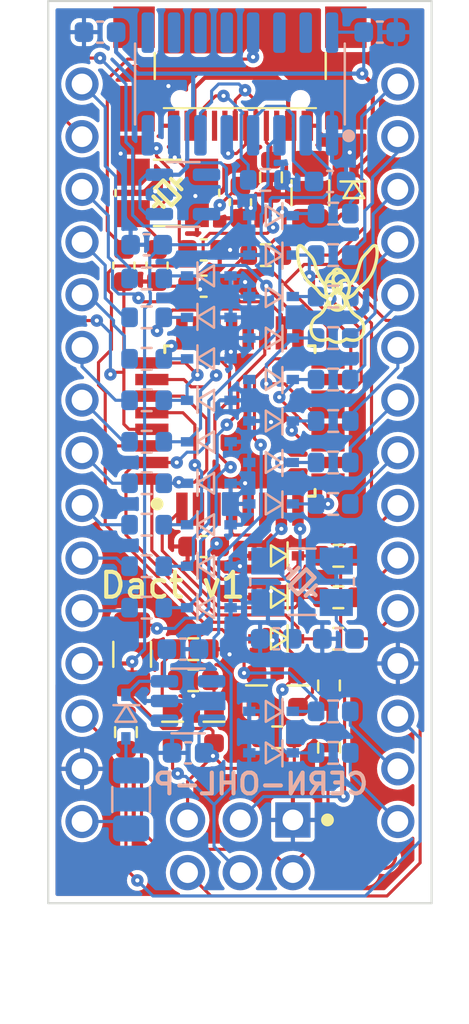
<source format=kicad_pcb>
(kicad_pcb (version 20211014) (generator pcbnew)
  (layers (0 "F.Cu" signal) (31 "B.Cu" signal) (34 "B.Paste" user) (35 "F.Paste" user) (36 "B.SilkS" user "B.Silkscreen") (37 "F.SilkS" user "F.Silkscreen") (38 "B.Mask" user) (39 "F.Mask" user) (44 "Edge.Cuts" user))
  (net 0 "")
  (net 1 "+5V")
  (net 2 "1{slash}TX_B")
  (net 3 "0{slash}RX_B")
  (net 4 "Net-(A1-Pad28)")
  (net 5 "2_B")
  (net 6 "3_B")
  (net 7 "4_B")
  (net 8 "5_B")
  (net 9 "6_B")
  (net 10 "7_B")
  (net 11 "8_B")
  (net 12 "9_B")
  (net 13 "10_B")
  (net 14 "11_B")
  (net 15 "12_B")
  (net 16 "13_B")
  (net 17 "+3.3V")
  (net 18 "AREF")
  (net 19 "A0_B")
  (net 20 "A1_B")
  (net 21 "A2_B")
  (net 22 "A3_B")
  (net 23 "A4_B")
  (net 24 "A5_B")
  (net 25 "A6_B")
  (net 26 "A7_B")
  (net 27 "Net-(A1-Pad30)")
  (net 28 "GND")
  (net 29 "VIN")
  (net 30 "Net-(C8-Pad1)")
  (net 31 "Net-(C9-Pad1)")
  (net 32 "Net-(C10-Pad2)")
  (net 33 "Net-(C12-Pad1)")
  (net 34 "RST")
  (net 35 "0{slash}RX")
  (net 36 "A0")
  (net 37 "A1")
  (net 38 "A2")
  (net 39 "A3")
  (net 40 "A4")
  (net 41 "A5")
  (net 42 "A6")
  (net 43 "A7")
  (net 44 "1{slash}TX")
  (net 45 "2")
  (net 46 "3")
  (net 47 "4")
  (net 48 "5")
  (net 49 "6")
  (net 50 "7")
  (net 51 "8")
  (net 52 "9")
  (net 53 "10")
  (net 54 "11")
  (net 55 "12")
  (net 56 "13")
  (net 57 "Net-(D23-Pad2)")
  (net 58 "Net-(D26-Pad1)")
  (net 59 "Net-(D27-Pad1)")
  (net 60 "Net-(D28-Pad2)")
  (net 61 "Net-(D29-Pad2)")
  (net 62 "Net-(D30-Pad2)")
  (net 63 "Net-(F25-Pad1)")
  (net 64 "Net-(J3-PadB5)")
  (net 65 "Net-(J3-PadA5)")
  (net 67 "Net-(J3-PadA6)")
  (net 68 "Net-(J3-PadA7)")
  (net 79 "Net-(C1-Pad2)")
  (net 80 "Net-(C2-Pad1)")
  (net 81 "Net-(C3-Pad1)")
  (net 82 "Net-(C14-Pad2)")
  (footprint "LOGO" (layer "F.Cu") (at 154.32 66.685)
    (fp_text reference "G***" hide)
    (fp_text value "LOGO" hide)
  )
  (footprint "Resistor_SMD:R_0603_1608Metric" (layer "F.Cu") (at 153.92 85.56 -90)
    (fp_text reference "R32" hide)
    (fp_text value "1kΩ")
  )
  (footprint "Capacitor_SMD:C_0603_1608Metric" (layer "F.Cu") (at 147.87 66.31)
    (fp_text reference "C1" hide)
    (fp_text value "1µF")
  )
  (footprint "LED_SMD:LED_0603_1608Metric" (layer "F.Cu") (at 146.37 87.56 -90)
    (fp_text reference "D26" hide)
    (fp_text value "LED_Small")
  )
  (footprint "Capacitor_SMD:C_0603_1608Metric" (layer "F.Cu") (at 147.87 78.86)
    (fp_text reference "C14" hide)
    (fp_text value "100nF")
  )
  (footprint "Resistor_SMD:R_0603_1608Metric" (layer "F.Cu") (at 147.37 85.31 180)
    (fp_text reference "R31" hide)
    (fp_text value "1kΩ")
  )
  (footprint "DIY:TYPE-C-SMD" (layer "F.Cu") (at 149.51 53.5725 180)
    (fp_text reference "J3" hide)
    (fp_text value "USB_C_Deceptacle_USB2.0")
  )
  (footprint "Resistor_SMD:R_0603_1608Metric" (layer "F.Cu") (at 151.42 88.06)
    (fp_text reference "R33" hide)
    (fp_text value "1kΩ")
  )
  (footprint "Package_QFP:TQFP-32_7x7mm_P0.8mm" (layer "F.Cu") (at 149.62 72.81 90)
    (fp_text reference "U1" hide)
    (fp_text value "ATmega328-A")
  )
  (footprint "Resistor_SMD:R_0603_1608Metric" (layer "F.Cu") (at 154.37 83.31)
    (fp_text reference "F11" hide)
    (fp_text value "20mA")
  )
  (footprint "DIY:SOD323_bättre" (layer "F.Cu") (at 151.37 79.31 180)
    (fp_text reference "D13" hide)
    (fp_text value "Zener_5,1V")
  )
  (footprint "Capacitor_SMD:C_0603_1608Metric" (layer "F.Cu") (at 145.62 65.31 -90)
    (fp_text reference "C9" hide)
    (fp_text value "Crystal_TBD")
  )
  (footprint "DIY:SOD323_bättre" (layer "F.Cu") (at 151.37 81.31 180)
    (fp_text reference "D12" hide)
    (fp_text value "Zener_5,1V")
  )
  (footprint "DIY:SOD323_bättre" (layer "F.Cu") (at 151.37 83.31 180)
    (fp_text reference "D11" hide)
    (fp_text value "Zener_5,1V")
  )
  (footprint "Fuse:Fuse_1206_3216Metric" (layer "F.Cu") (at 144.42 84.06 90)
    (fp_text reference "F23" hide)
    (fp_text value "Polyfuse_200mA")
  )
  (footprint "Fuse:Fuse_1206_3216Metric" (layer "F.Cu") (at 153.02 61.81 -90)
    (fp_text reference "F25" hide)
    (fp_text value "Polyfuse_500mA")
  )
  (footprint "Resistor_SMD:R_0603_1608Metric" (layer "F.Cu") (at 150.87 64.81 180)
    (fp_text reference "R23" hide)
    (fp_text value "10kΩ")
  )
  (footprint "Crystal:Crystal_SMD_5032-4Pin_5.0x3.2mm" (layer "F.Cu") (at 146.12 61.81)
    (fp_text reference "Y2" hide)
    (fp_text value "Crystal_GND24_Small")
  )
  (footprint "Resistor_SMD:R_0603_1608Metric" (layer "F.Cu") (at 154.37 79.31)
    (fp_text reference "F13" hide)
    (fp_text value "20mA")
  )
  (footprint "Resistor_SMD:R_0603_1608Metric" (layer "F.Cu") (at 147.37 83.81)
    (fp_text reference "R30" hide)
    (fp_text value "1kΩ")
  )
  (footprint "Resistor_SMD:R_0603_1608Metric" (layer "F.Cu") (at 153.92 88.56 90)
    (fp_text reference "R24" hide)
    (fp_text value "10kΩ")
  )
  (footprint "Resistor_SMD:R_0603_1608Metric" (layer "F.Cu") (at 151.12 61.06 -90)
    (fp_text reference "R29" hide)
    (fp_text value "5,1kΩ")
  )
  (footprint "Capacitor_SMD:C_0603_1608Metric" (layer "F.Cu") (at 144.02 65.31 -90)
    (fp_text reference "C12" hide)
    (fp_text value "100nF")
  )
  (footprint "Connector_PinHeader_2.54mm:PinHeader_2x03_P2.54mm_Vertical" (layer "F.Cu") (at 147.095 94.585 90)
    (fp_text reference "J2" hide)
    (fp_text value "Conn_02x03_Odd_Even")
  )
  (footprint "Module:Arduino_Nano" (layer "F.Cu") (at 157.24 92.12 180)
    (fp_text reference "A1" hide)
    (fp_text value "Arduino_Nano_v3.x")
  )
  (footprint "LED_SMD:LED_0603_1608Metric" (layer "F.Cu") (at 150.42 85.81 -90)
    (fp_text reference "D29" hide)
    (fp_text value "LED_Small")
  )
  (footprint "Resistor_SMD:R_0603_1608Metric" (layer "F.Cu") (at 144.12 87.81 90)
    (fp_text reference "R25" hide)
    (fp_text value "1kΩ")
  )
  (footprint "DIY:SOD323_bättre" (layer "F.Cu") (at 155.12 61.81 -90)
    (fp_text reference "D30" hide)
    (fp_text value "D_Schottky")
  )
  (footprint "Capacitor_SMD:C_0603_1608Metric" (layer "F.Cu") (at 147.87 64.56)
    (fp_text reference "C8" hide)
    (fp_text value "Crystal_TBD")
  )
  (footprint "LED_SMD:LED_0603_1608Metric" (layer "F.Cu") (at 152.42 85.81 -90)
    (fp_text reference "D28" hide)
    (fp_text value "LED_Small")
  )
  (footprint "LED_SMD:LED_0603_1608Metric" (layer "F.Cu") (at 148.37 87.56 -90)
    (fp_text reference "D27" hide)
    (fp_text value "LED_Small")
  )
  (footprint "Resistor_SMD:R_0603_1608Metric" (layer "F.Cu") (at 154.37 81.31)
    (fp_text reference "F12" hide)
    (fp_text value "20mA")
  )
  (footprint "Capacitor_SMD:C_0603_1608Metric" (layer "F.Cu") (at 149.645 62.26 -90)
    (fp_text reference "C7" hide)
    (fp_text value "2,2µf+")
  )
  (footprint "Fuse:Fuse_1206_3216Metric" (layer "B.Cu") (at 144.37 91.06 -90)
    (fp_text reference "F24" hide)
    (fp_text value "Polyfuse_500mA")
  )
  (footprint "Resistor_SMD:R_0603_1608Metric" (layer "B.Cu") (at 145.12 77.81 180)
    (fp_text reference "F7" hide)
    (fp_text value "20mA")
  )
  (footprint "Resistor_SMD:R_0603_1608Metric" (layer "B.Cu") (at 145.12 67.81 180)
    (fp_text reference "F2" hide)
    (fp_text value "20mA")
  )
  (footprint "Capacitor_SMD:C_0603_1608Metric" (layer "B.Cu") (at 146.87 83.81 180)
    (fp_text reference "C4" hide)
    (fp_text value "1µf+")
  )
  (footprint "Resistor_SMD:R_0603_1608Metric" (layer "B.Cu") (at 145.12 79.81 180)
    (fp_text reference "F8" hide)
    (fp_text value "20mA")
  )
  (footprint "DIY:SOD323_bättre" (layer "B.Cu") (at 151.12 64.81 180)
    (fp_text reference "D20" hide)
    (fp_text value "Zener_5,1V")
  )
  (footprint "Package_SO:SOIC-16_3.9x9.9mm_P1.27mm" (layer "B.Cu") (at 149.62 56.56 90)
    (fp_text reference "U4" hide)
    (fp_text value "CH340G")
  )
  (footprint "Package_TO_SOT_SMD:SOT-23-5" (layer "B.Cu") (at 146.87 61.885)
    (fp_text reference "U3" hide)
    (fp_text value "LP2985-3.3")
  )
  (footprint "DIY:SOD323_bättre" (layer "B.Cu") (at 148.12 71.81)
    (fp_text reference "D4" hide)
    (fp_text value "Zener_5,1V")
  )
  (footprint "DIY:SOD323_bättre" (layer "B.Cu") (at 148.12 81.81)
    (fp_text reference "D9" hide)
    (fp_text value "Zener_5,1V")
  )
  (footprint "DIY:SOD323_bättre" (layer "B.Cu") (at 148.12 75.81)
    (fp_text reference "D6" hide)
    (fp_text value "Zener_5,1V")
  )
  (footprint "Resistor_SMD:R_0603_1608Metric" (layer "B.Cu") (at 154.12 76.81)
    (fp_text reference "F14" hide)
    (fp_text value "20mA")
  )
  (footprint "DIY:SOD323_bättre" (layer "B.Cu") (at 151.12 86.81 180)
    (fp_text reference "D1" hide)
    (fp_text value "Zener_5,1V")
  )
  (footprint "Capacitor_SMD:C_0603_1608Metric" (layer "B.Cu") (at 147.12 88.81 180)
    (fp_text reference "C5" hide)
    (fp_text value "2,2µf+")
  )
  (footprint "Resistor_SMD:R_0603_1608Metric" (layer "B.Cu") (at 154.12 72.81)
    (fp_text reference "F16" hide)
    (fp_text value "20mA")
  )
  (footprint "Resistor_SMD:R_0603_1608Metric" (layer "B.Cu") (at 154.12 74.81)
    (fp_text reference "F15" hide)
    (fp_text value "20mA")
  )
  (footprint "Capacitor_SMD:C_0603_1608Metric" (layer "B.Cu") (at 145.12 64.31)
    (fp_text reference "C6" hide)
    (fp_text value "1µf+")
  )
  (footprint "Resistor_SMD:R_0603_1608Metric" (layer "B.Cu") (at 154.12 86.81)
    (fp_text reference "F1" hide)
    (fp_text value "20mA")
  )
  (footprint "DIY:SOD323_bättre" (layer "B.Cu") (at 148.12 67.81)
    (fp_text reference "D2" hide)
    (fp_text value "Zener_5,1V")
  )
  (footprint "Resistor_SMD:R_0603_1608Metric" (layer "B.Cu") (at 154.12 70.81)
    (fp_text reference "F17" hide)
    (fp_text value "20mA")
  )
  (footprint "Resistor_SMD:R_0603_1608Metric" (layer "B.Cu") (at 145.12 71.81 180)
    (fp_text reference "F4" hide)
    (fp_text value "20mA")
  )
  (footprint "Capacitor_SMD:C_0603_1608Metric" (layer "B.Cu") (at 153.97 61.26 180)
    (fp_text reference "C10" hide)
    (fp_text value "100nF")
  )
  (footprint "DIY:SOD323_bättre" (layer "B.Cu") (at 151.12 68.81 180)
    (fp_text reference "D18" hide)
    (fp_text value "Zener_5,1V")
  )
  (footprint "Resistor_SMD:R_0603_1608Metric" (layer "B.Cu") (at 150.845 61.185 180)
    (fp_text reference "R28" hide)
    (fp_text value "5,1kΩ")
  )
  (footprint "Capacitor_SMD:C_0603_1608Metric" (layer "B.Cu") (at 151.37 83.31 180)
    (fp_text reference "C2" hide)
    (fp_text value "Crystal_TBD")
  )
  (footprint "DIY:SOD323_bättre" (layer "B.Cu") (at 148.12 77.81)
    (fp_text reference "D7" hide)
    (fp_text value "Zener_5,1V")
  )
  (footprint "DIY:SOD323_bättre" (layer "B.Cu") (at 148.12 65.81)
    (fp_text reference "D22" hide)
    (fp_text value "Zener_5,1V")
  )
  (footprint "Resistor_SMD:R_0603_1608Metric" (layer "B.Cu") (at 145.12 73.81 180)
    (fp_text reference "F5" hide)
    (fp_text value "20mA")
  )
  (footprint "DIY:SOD323_bättre" (layer "B.Cu") (at 144.12 87.06 -90)
    (fp_text reference "D23" hide)
    (fp_text value "D_Schottky")
  )
  (footprint "Resistor_SMD:R_0603_1608Metric" (layer "B.Cu") (at 145.12 81.81 180)
    (fp_text reference "F9" hide)
    (fp_text value "20mA")
  )
  (footprint "DIY:SOD323_bättre" (layer "B.Cu") (at 151.12 76.81 180)
    (fp_text reference "D14" hide)
    (fp_text value "Zener_5,1V")
  )
  (footprint "Resistor_SMD:R_0603_1608Metric" (layer "B.Cu") (at 154.12 66.81)
    (fp_text reference "F19" hide)
    (fp_text value "20mA")
  )
  (footprint "Resistor_SMD:R_0603_1608Metric" (layer "B.Cu") (at 145.12 65.935 180)
    (fp_text reference "F22" hide)
    (fp_text value "20mA")
  )
  (footprint "Resistor_SMD:R_0603_1608Metric" (layer "B.Cu") (at 154.12 62.81)
    (fp_text reference "F21" hide)
    (fp_text value "20mA")
  )
  (footprint "DIY:SOD323_bättre" (layer "B.Cu") (at 151.12 72.81 180)
    (fp_text reference "D16" hide)
    (fp_text value "Zener_5,1V")
  )
  (footprint "Capacitor_SMD:C_0603_1608Metric" (layer "B.Cu") (at 154.37 83.31 180)
    (fp_text reference "C3" hide)
    (fp_text value "Crystal_TBD")
  )
  (footprint "Resistor_SMD:R_0603_1608Metric" (layer "B.Cu") (at 154.12 68.81)
    (fp_text reference "F18" hide)
    (fp_text value "20mA")
  )
  (footprint "DIY:SOD323_bättre" (layer "B.Cu") (at 151.12 66.81 180)
    (fp_text reference "D19" hide)
    (fp_text value "Zener_5,1V")
  )
  (footprint "Resistor_SMD:R_0603_1608Metric" (layer "B.Cu") (at 154.12 88.8125)
    (fp_text reference "F10" hide)
    (fp_text value "20mA")
  )
  (footprint "DIY:SOD323_bättre" (layer "B.Cu") (at 151.12 62.91 180)
    (fp_text reference "D21" hide)
    (fp_text value "Zener_5,1V")
  )
  (footprint "Resistor_SMD:R_0603_1608Metric" (layer "B.Cu") (at 145.12 69.81 180)
    (fp_text reference "F3" hide)
    (fp_text value "20mA")
  )
  (footprint "DIY:SOD323_bättre" (layer "B.Cu") (at 151.12 74.81 180)
    (fp_text reference "D15" hide)
    (fp_text value "Zener_5,1V")
  )
  (footprint "DIY:SOD323_bättre" (layer "B.Cu") (at 148.12 79.81)
    (fp_text reference "D8" hide)
    (fp_text value "Zener_5,1V")
  )
  (footprint "DIY:SOD323_bättre" (layer "B.Cu") (at 151.12 70.81 180)
    (fp_text reference "D17" hide)
    (fp_text value "Zener_5,1V")
  )
  (footprint "DIY:SOD323_bättre" (layer "B.Cu") (at 148.12 73.81)
    (fp_text reference "D5" hide)
    (fp_text value "Zener_5,1V")
  )
  (footprint "Package_TO_SOT_SMD:SOT-23-5" (layer "B.Cu") (at 147.12 86.31)
    (fp_text reference "U2" hide)
    (fp_text value "LP2985-5.0")
  )
  (footprint "Resistor_SMD:R_0603_1608Metric" (layer "B.Cu") (at 145.12 75.81 180)
    (fp_text reference "F6" hide)
    (fp_text value "20mA")
  )
  (footprint "Capacitor_SMD:C_0603_1608Metric" (layer "B.Cu") (at 156.37 54.06 180)
    (fp_text reference "C11" hide)
    (fp_text value "100nF")
  )
  (footprint "DIY:SOD323_bättre" (layer "B.Cu") (at 148.12 69.81)
    (fp_text reference "D3" hide)
    (fp_text value "Zener_5,1V")
  )
  (footprint "DIY:SOD323_bättre" (layer "B.Cu") (at 151.12 88.8125 180)
    (fp_text reference "D10" hide)
    (fp_text value "Zener_5,1V")
  )
  (footprint "Crystal:Crystal_SMD_5032-4Pin_5.0x3.2mm" (layer "B.Cu") (at 152.62 80.56 180)
    (fp_text reference "Y1" hide)
    (fp_text value "Crystal_GND24_Small")
  )
  (footprint "Resistor_SMD:R_0603_1608Metric" (layer "B.Cu") (at 154.12 64.81)
    (fp_text reference "F20" hide)
    (fp_text value "20mA")
  )
  (footprint "Capacitor_SMD:C_0603_1608Metric" (layer "B.Cu") (at 142.87 54.06 180)
    (fp_text reference "C13" hide)
    (fp_text value "2,2µf+")
  )
  (gr_line (start 155.367243 93.857044) (end 155.391324 93.858485) (layer "F.Cu") (width 0.15))
  (gr_line (start 155.399627 93.103539) (end 155.439745 93.10002) (layer "F.Cu") (width 0.15))
  (gr_line (start 155.928086 93.233414) (end 155.896713 93.218201) (layer "F.Cu") (width 0.15))
  (gr_line (start 156.855674 93.569318) (end 156.928564 93.602241) (layer "F.Cu") (width 0.15))
  (gr_line (start 154.953231 93.233414) (end 154.984606 93.218201) (layer "F.Cu") (width 0.15))
  (gr_line (start 156.213612 93.507502) (end 156.187947 93.538204) (layer "F.Cu") (width 0.15))
  (gr_line (start 155.203434 92.865306) (end 155.179336 92.851404) (layer "F.Cu") (width 0.15))
  (gr_line (start 154.731642 92.819083) (end 154.704355 92.833171) (layer "F.Cu") (width 0.15))
  (gr_line (start 154.248951 94.378503) (end 154.295751 94.38011) (layer "F.Cu") (width 0.15))
  (gr_line (start 155.662703 93.273398) (end 155.679954 93.260617) (layer "F.Cu") (width 0.15))
  (gr_line (start 154.295751 94.38011) (end 154.341991 94.376817) (layer "F.Cu") (width 0.15))
  (gr_line (start 154.719803 93.566968) (end 154.746972 93.593909) (layer "F.Cu") (width 0.15))
  (gr_line (start 155.746309 92.722535) (end 155.755238 92.735125) (layer "F.Cu") (width 0.15))
  (gr_line (start 154.892183 94.804872) (end 154.914911 94.835815) (layer "F.Cu") (width 0.15))
  (gr_line (start 157.118941 93.810477) (end 157.123778 93.840737) (layer "F.Cu") (width 0.15))
  (gr_line (start 156.287115 93.39861) (end 156.262444 93.439825) (layer "F.Cu") (width 0.15))
  (gr_line (start 154.107652 93.540338) (end 154.025732 93.569318) (layer "F.Cu") (width 0.15))
  (gr_line (start 155.140144 93.200138) (end 155.126148 93.182947) (layer "F.Cu") (width 0.15))
  (gr_line (start 155.557054 93.32058) (end 155.58128 93.313552) (layer "F.Cu") (width 0.15))
  (gr_line (start 154.61889 93.439825) (end 154.678482 93.39796) (layer "F.Cu") (width 0.15))
  (gr_line (start 155.865137 93.203724) (end 155.83335 93.190015) (layer "F.Cu") (width 0.15))
  (gr_line (start 155.795171 92.808607) (end 155.795171 92.808607) (layer "F.Cu") (width 0.15))
  (gr_line (start 154.884279 92.779673) (end 154.852019 92.783216) (layer "F.Cu") (width 0.15))
  (gr_line (start 155.286833 94.918159) (end 155.32556 94.90168) (layer "F.Cu") (width 0.15))
  (gr_line (start 156.338745 93.27991) (end 156.325138 93.318592) (layer "F.Cu") (width 0.15))
  (gr_line (start 154.025732 93.569318) (end 153.952842 93.602241) (layer "F.Cu") (width 0.15))
  (gr_line (start 153.96015 94.245535) (end 154.008898 94.284202) (layer "F.Cu") (width 0.15))
  (gr_line (start 156.921255 94.245535) (end 156.872507 94.284202) (layer "F.Cu") (width 0.15))
  (gr_line (start 155.758861 93.814432) (end 155.716537 93.825091) (layer "F.Cu") (width 0.15))
  (gr_line (start 155.439745 93.10002) (end 155.439745 93.10002) (layer "F.Cu") (width 0.15))
  (gr_line (start 156.202882 92.849189) (end 156.227282 92.867074) (layer "F.Cu") (width 0.15))
  (gr_line (start 156.991459 93.639527) (end 157.018856 93.659938) (layer "F.Cu") (width 0.15))
  (gr_line (start 155.358096 93.10844) (end 155.399627 93.103539) (layer "F.Cu") (width 0.15))
  (gr_line (start 155.592378 94.918159) (end 155.55361 94.90168) (layer "F.Cu") (width 0.15))
  (gr_line (start 155.08616 92.808607) (end 155.08616 92.808607) (layer "F.Cu") (width 0.15))
  (gr_line (start 155.988724 94.020467) (end 155.80059 93.802907) (layer "F.Cu") (width 0.15))
  (gr_line (start 154.826412 94.593177) (end 154.832394 94.643048) (layer "F.Cu") (width 0.15))
  (gr_line (start 154.556195 93.318592) (end 154.573363 93.358179) (layer "F.Cu") (width 0.15))
  (gr_line (start 155.101218 92.777073) (end 155.093542 92.792458) (layer "F.Cu") (width 0.15))
  (gr_line (start 155.673415 93.834686) (end 155.629347 93.84302) (layer "F.Cu") (width 0.15))
  (gr_line (start 155.669621 94.938959) (end 155.631128 94.930579) (layer "F.Cu") (width 0.15))
  (gr_line (start 155.423044 93.072631) (end 155.404961 93.046428) (layer "F.Cu") (width 0.15))
  (gr_line (start 155.514068 93.857044) (end 155.489988 93.858485) (layer "F.Cu") (width 0.15))
  (gr_line (start 154.98504 93.757645) (end 155.016697 93.773365) (layer "F.Cu") (width 0.15))
  (gr_line (start 155.881861 94.905499) (end 155.849906 94.920947) (layer "F.Cu") (width 0.15))
  (gr_line (start 154.105859 94.340635) (end 154.153937 94.35913) (layer "F.Cu") (width 0.15))
  (gr_line (start 156.008032 94.770104) (end 155.988072 94.804872) (layer "F.Cu") (width 0.15))
  (gr_line (start 154.536239 93.039524) (end 154.528519 93.070187) (layer "F.Cu") (width 0.15))
  (gr_line (start 154.678482 93.39796) (end 154.738521 93.357713) (layer "F.Cu") (width 0.15))
  (gr_line (start 155.275385 92.914575) (end 155.2516 92.8969) (layer "F.Cu") (width 0.15))
  (gr_line (start 154.944677 94.061674) (end 154.911531 94.140815) (layer "F.Cu") (width 0.15))
  (gr_line (start 156.345092 93.039524) (end 156.352812 93.070187) (layer "F.Cu") (width 0.15))
  (gr_line (start 156.67975 94.371631) (end 156.632456 94.378503) (layer "F.Cu") (width 0.15))
  (gr_line (start 155.163537 92.689202) (end 155.153783 92.699763) (layer "F.Cu") (width 0.15))
  (gr_line (start 154.89214 93.705307) (end 154.922716 93.723732) (layer "F.Cu") (width 0.15))
  (gr_line (start 154.940277 94.862913) (end 154.968043 94.886148) (layer "F.Cu") (width 0.15))
  (gr_line (start 154.746972 93.593909) (end 154.774825 93.619143) (layer "F.Cu") (width 0.15))
  (gr_line (start 155.80059 93.802907) (end 155.852316 93.892701) (layer "F.Cu") (width 0.15))
  (gr_line (start 155.052164 92.797509) (end 155.018137 92.789001) (layer "F.Cu") (width 0.15))
  (gr_line (start 155.741122 93.200138) (end 155.755221 93.182947) (layer "F.Cu") (width 0.15))
  (gr_line (start 155.016183 93.203724) (end 155.047972 93.190015) (layer "F.Cu") (width 0.15))
  (gr_line (start 153.911314 94.199415) (end 153.96015 94.245535) (layer "F.Cu") (width 0.15))
  (gr_line (start 153.838013 93.681599) (end 153.816458 93.70456) (layer "F.Cu") (width 0.15))
  (gr_line (start 156.091488 92.796931) (end 156.121149 92.806982) (layer "F.Cu") (width 0.15))
  (gr_line (start 154.432519 94.356989) (end 154.476672 94.341185) (layer "F.Cu") (width 0.15))
  (gr_line (start 155.080769 93.802907) (end 155.122445 93.814432) (layer "F.Cu") (width 0.15))
  (gr_line (start 155.77219 92.762359) (end 155.780194 92.777039) (layer "F.Cu") (width 0.15))
  (gr_line (start 156.271045 92.908209) (end 156.290153 92.931337) (layer "F.Cu") (width 0.15))
  (gr_line (start 155.108687 92.817369) (end 155.08616 92.808607) (layer "F.Cu") (width 0.15))
  (gr_line (start 157.047132 94.100801) (end 157.018948 94.145477) (layer "F.Cu") (width 0.15))
  (gr_line (start 156.054092 94.482273) (end 156.05638 94.539579) (layer "F.Cu") (width 0.15))
  (gr_line (start 154.008898 94.284202) (end 154.05749 94.31578) (layer "F.Cu") (width 0.15))
  (gr_line (start 153.776538 93.97848) (end 153.791434 94.017355) (layer "F.Cu") (width 0.15))
  (gr_line (start 154.842198 94.689173) (end 154.85559 94.731531) (layer "F.Cu") (width 0.15))
  (gr_line (start 157.123778 93.840737) (end 157.124911 93.872615) (layer "F.Cu") (width 0.15))
  (gr_line (start 155.492729 92.582917) (end 155.519009 92.587143) (layer "F.Cu") (width 0.15))
  (gr_line (start 154.39794 93.472839) (end 154.294721 93.49252) (layer "F.Cu") (width 0.15))
  (gr_line (start 155.209701 94.938959) (end 155.248134 94.930579) (layer "F.Cu") (width 0.15))
  (gr_line (start 155.456491 93.072631) (end 155.47463 93.046428) (layer "F.Cu") (width 0.15))
  (gr_line (start 155.852316 93.892701) (end 155.897598 93.978963) (layer "F.Cu") (width 0.15))
  (gr_line (start 153.862457 94.145477) (end 153.911314 94.199415) (layer "F.Cu") (width 0.15))
  (gr_line (start 156.052837 94.087864) (end 155.988724 94.020467) (layer "F.Cu") (width 0.15))
  (gr_line (start 155.080817 93.802907) (end 155.080817 93.802907) (layer "F.Cu") (width 0.15))
  (gr_line (start 154.591177 92.931337) (end 154.574091 92.956094) (layer "F.Cu") (width 0.15))
  (gr_line (start 155.629347 93.84302) (end 155.584185 93.849895) (layer "F.Cu") (width 0.15))
  (gr_line (start 154.803313 93.642785) (end 154.832393 93.664949) (layer "F.Cu") (width 0.15))
  (gr_line (start 154.92205 93.249328) (end 154.953231 93.233414) (layer "F.Cu") (width 0.15))
  (gr_line (start 155.217521 93.273398) (end 155.200507 93.260617) (layer "F.Cu") (width 0.15))
  (gr_line (start 155.364079 94.881122) (end 155.402153 94.856466) (layer "F.Cu") (width 0.15))
  (gr_line (start 155.863193 92.789001) (end 155.897123 92.783023) (layer "F.Cu") (width 0.15))
  (gr_line (start 156.077998 93.642785) (end 156.048918 93.664949) (layer "F.Cu") (width 0.15))
  (gr_line (start 154.201657 94.371631) (end 154.248951 94.378503) (layer "F.Cu") (width 0.15))
  (gr_line (start 155.927612 93.741139) (end 155.896268 93.757645) (layer "F.Cu") (width 0.15))
  (gr_line (start 155.795171 92.808607) (end 155.829166 92.797509) (layer "F.Cu") (width 0.15))
  (gr_line (start 155.439773 93.10002) (end 155.456491 93.072631) (layer "F.Cu") (width 0.15))
  (gr_line (start 155.16477 93.825091) (end 155.207893 93.834686) (layer "F.Cu") (width 0.15))
  (gr_line (start 156.318989 94.299617) (end 156.27753 94.274583) (layer "F.Cu") (width 0.15))
  (gr_line (start 155.194305 92.66113) (end 155.183807 92.669905) (layer "F.Cu") (width 0.15))
  (gr_line (start 155.697491 92.669183) (end 155.70778 92.678631) (layer "F.Cu") (width 0.15))
  (gr_line (start 155.619148 92.618248) (end 155.642569 92.630257) (layer "F.Cu") (width 0.15))
  (gr_line (start 154.521842 93.169893) (end 154.52554 93.2055) (layer "F.Cu") (width 0.15))
  (gr_line (start 153.920084 93.620312) (end 153.889947 93.639527) (layer "F.Cu") (width 0.15))
  (gr_line (start 155.80059 93.802907) (end 155.80059 93.802907) (layer "F.Cu") (width 0.15))
  (gr_line (start 155.063374 94.932473) (end 155.098371 94.940056) (layer "F.Cu") (width 0.15))
  (gr_line (start 155.41579 93.859413) (end 155.440659 93.859804) (layer "F.Cu") (width 0.15))
  (gr_line (start 155.018137 92.789001) (end 154.984206 92.783023) (layer "F.Cu") (width 0.15))
  (gr_line (start 155.466097 92.579837) (end 155.492729 92.582917) (layer "F.Cu") (width 0.15))
  (gr_line (start 155.832684 93.788414) (end 155.800535 93.802907) (layer "F.Cu") (width 0.15))
  (gr_line (start 155.725746 92.838775) (end 155.749433 92.827428) (layer "F.Cu") (width 0.15))
  (gr_line (start 153.770888 93.781782) (end 153.762465 93.810477) (layer "F.Cu") (width 0.15))
  (gr_line (start 155.997049 92.779673) (end 156.02931 92.783216) (layer "F.Cu") (width 0.15))
  (gr_line (start 156.19778 94.21784) (end 156.122703 94.154628) (layer "F.Cu") (width 0.15))
  (gr_line (start 154.667698 93.507502) (end 154.693363 93.538204) (layer "F.Cu") (width 0.15))
  (gr_line (start 154.618919 93.439825) (end 154.506327 93.455414) (layer "F.Cu") (width 0.15))
  (gr_line (start 154.197637 93.514879) (end 154.107652 93.540338) (layer "F.Cu") (width 0.15))
  (gr_line (start 155.189623 93.141206) (end 155.230916 93.131104) (layer "F.Cu") (width 0.15))
  (gr_line (start 154.922716 93.723732) (end 154.953698 93.741139) (layer "F.Cu") (width 0.15))
  (gr_line (start 155.936672 94.061674) (end 155.969776 94.140815) (layer "F.Cu") (width 0.15))
  (gr_line (start 155.465524 93.859413) (end 155.440657 93.859804) (layer "F.Cu") (width 0.15))
  (gr_line (start 155.521701 93.10844) (end 155.479965 93.103539) (layer "F.Cu") (width 0.15))
  (gr_line (start 155.519009 92.587143) (end 155.544865 92.592653) (layer "F.Cu") (width 0.15))
  (gr_line (start 156.106486 93.619143) (end 156.077998 93.642785) (layer "F.Cu") (width 0.15))
  (gr_line (start 154.789841 92.796931) (end 154.76018 92.806982) (layer "F.Cu") (width 0.15))
  (gr_line (start 155.315741 93.114689) (end 155.358096 93.10844) (layer "F.Cu") (width 0.15))
  (gr_line (start 155.696268 93.246847) (end 155.711799 93.232142) (layer "F.Cu") (width 0.15))
  (gr_line (start 155.171772 94.943319) (end 155.209701 94.938959) (layer "F.Cu") (width 0.15))
  (gr_line (start 155.144296 92.710956) (end 155.135087 92.722801) (layer "F.Cu") (width 0.15))
  (gr_line (start 153.76583 93.941434) (end 153.776538 93.97848) (layer "F.Cu") (width 0.15))
  (gr_line (start 155.2516 92.8969) (end 155.227569 92.880474) (layer "F.Cu") (width 0.15))
  (gr_line (start 154.532412 93.242192) (end 154.542588 93.27991) (layer "F.Cu") (width 0.15))
  (gr_line (start 154.05749 94.31578) (end 154.105859 94.340635) (layer "F.Cu") (width 0.15))
  (gr_line (start 155.112222 93.165036) (end 155.13074 93.158635) (layer "F.Cu") (width 0.15))
  (gr_line (start 155.939764 94.862913) (end 155.911893 94.886148) (layer "F.Cu") (width 0.15))
  (gr_line (start 154.506327 93.455414) (end 154.39794 93.472839) (layer "F.Cu") (width 0.15))
  (gr_line (start 155.642569 92.630257) (end 155.665197 92.644233) (layer "F.Cu") (width 0.15))
  (gr_line (start 155.109221 92.762434) (end 155.101218 92.777073) (layer "F.Cu") (width 0.15))
  (gr_line (start 155.255017 93.295776) (end 155.235636 93.285135) (layer "F.Cu") (width 0.15))
  (gr_line (start 154.950501 92.779516) (end 154.917149 92.77842) (layer "F.Cu") (width 0.15))
  (gr_line (start 155.29878 92.933492) (end 155.275385 92.914575) (layer "F.Cu") (width 0.15))
  (gr_line (start 155.755221 93.182947) (end 155.769147 93.165036) (layer "F.Cu") (width 0.15))
  (gr_line (start 154.573363 93.358179) (end 154.594218 93.39861) (layer "F.Cu") (width 0.15))
  (gr_line (start 156.176974 92.833171) (end 156.202882 92.849189) (layer "F.Cu") (width 0.15))
  (gr_line (start 155.896713 93.218201) (end 155.865137 93.203724) (layer "F.Cu") (width 0.15))
  (gr_line (start 155.707619 94.943319) (end 155.669621 94.938959) (layer "F.Cu") (width 0.15))
  (gr_line (start 156.134338 93.593909) (end 156.106486 93.619143) (layer "F.Cu") (width 0.15))
  (gr_line (start 155.321646 92.953642) (end 155.29878 92.933492) (layer "F.Cu") (width 0.15))
  (gr_line (start 155.515061 94.881122) (end 155.476969 94.856466) (layer "F.Cu") (width 0.15))
  (gr_line (start 155.184429 93.246847) (end 155.169119 93.232142) (layer "F.Cu") (width 0.15))
  (gr_line (start 153.862549 93.659938) (end 153.838013 93.681599) (layer "F.Cu") (width 0.15))
  (gr_line (start 156.01903 94.288306) (end 156.035655 94.356617) (layer "F.Cu") (width 0.15))
  (gr_line (start 155.402153 94.856466) (end 155.439544 94.827692) (layer "F.Cu") (width 0.15))
  (gr_line (start 156.683768 93.514879) (end 156.773754 93.540338) (layer "F.Cu") (width 0.15))
  (gr_line (start 155.988072 94.804872) (end 155.965236 94.835815) (layer "F.Cu") (width 0.15))
  (gr_line (start 155.686959 92.660312) (end 155.697491 92.669183) (layer "F.Cu") (width 0.15))
  (gr_line (start 155.731389 93.152527) (end 155.691424 93.141206) (layer "F.Cu") (width 0.15))
  (gr_line (start 156.775547 94.340635) (end 156.727469 94.35913) (layer "F.Cu") (width 0.15))
  (gr_line (start 154.678447 92.849189) (end 154.654047 92.867074) (layer "F.Cu") (width 0.15))
  (gr_line (start 155.737089 92.710608) (end 155.746309 92.722535) (layer "F.Cu") (width 0.15))
  (gr_line (start 154.528519 93.070187) (end 154.52346 93.102177) (layer "F.Cu") (width 0.15))
  (gr_line (start 153.757628 93.840737) (end 153.756495 93.872615) (layer "F.Cu") (width 0.15))
  (gr_line (start 155.749433 92.827428) (end 155.772623 92.817369) (layer "F.Cu") (width 0.15))
  (gr_line (start 156.250046 92.886767) (end 156.271045 92.908209) (layer "F.Cu") (width 0.15))
  (gr_line (start 157.070767 94.058112) (end 157.047132 94.100801) (layer "F.Cu") (width 0.15))
  (gr_line (start 155.238479 92.631421) (end 155.215975 92.645235) (layer "F.Cu") (width 0.15))
  (gr_line (start 155.800535 93.802907) (end 155.800535 93.802907) (layer "F.Cu") (width 0.15))
  (gr_line (start 155.47463 93.046428) (end 155.494042 93.02142) (layer "F.Cu") (width 0.15))
  (gr_line (start 156.872507 94.284202) (end 156.823915 94.31578) (layer "F.Cu") (width 0.15))
  (gr_line (start 155.676191 92.652001) (end 155.686959 92.660312) (layer "F.Cu") (width 0.15))
  (gr_line (start 155.122445 93.814432) (end 155.16477 93.825091) (layer "F.Cu") (width 0.15))
  (gr_line (start 155.40718 93.33358) (end 155.37672 93.330648) (layer "F.Cu") (width 0.15))
  (gr_line (start 154.758704 94.154628) (end 154.828569 94.087864) (layer "F.Cu") (width 0.15))
  (gr_line (start 155.016697 93.773365) (end 155.048622 93.788414) (layer "F.Cu") (width 0.15))
  (gr_line (start 154.891054 93.265912) (end 154.92205 93.249328) (layer "F.Cu") (width 0.15))
  (gr_line (start 155.134583 94.943678) (end 155.171772 94.943319) (layer "F.Cu") (width 0.15))
  (gr_line (start 155.86461 93.773365) (end 155.832684 93.788414) (layer "F.Cu") (width 0.15))
  (gr_line (start 157.110518 93.781782) (end 157.118941 93.810477) (layer "F.Cu") (width 0.15))
  (gr_line (start 154.76018 92.806982) (end 154.731642 92.819083) (layer "F.Cu") (width 0.15))
  (gr_line (start 156.970091 94.199415) (end 156.921255 94.245535) (layer "F.Cu") (width 0.15))
  (gr_line (start 155.235636 93.285135) (end 155.217521 93.273398) (layer "F.Cu") (width 0.15))
  (gr_line (start 155.716537 93.825091) (end 155.673415 93.834686) (layer "F.Cu") (width 0.15))
  (gr_line (start 155.772623 92.817369) (end 155.795171 92.808607) (layer "F.Cu") (width 0.15))
  (gr_line (start 156.02931 92.783216) (end 156.060832 92.788989) (layer "F.Cu") (width 0.15))
  (gr_line (start 154.738521 93.357713) (end 154.799081 93.319349) (layer "F.Cu") (width 0.15))
  (gr_line (start 155.691424 93.141206) (end 155.64984 93.131104) (layer "F.Cu") (width 0.15))
  (gr_line (start 155.677476 92.865306) (end 155.701712 92.851404) (layer "F.Cu") (width 0.15))
  (gr_line (start 155.990264 93.265912) (end 155.959267 93.249328) (layer "F.Cu") (width 0.15))
  (gr_line (start 155.179336 92.851404) (end 155.155418 92.838775) (layer "F.Cu") (width 0.15))
  (gr_line (start 155.479965 93.103539) (end 155.43977 93.10002) (layer "F.Cu") (width 0.15))
  (gr_line (start 155.43977 93.10002) (end 155.43977 93.10002) (layer "F.Cu") (width 0.15))
  (gr_line (start 155.047972 93.190015) (end 155.079982 93.177108) (layer "F.Cu") (width 0.15))
  (gr_line (start 155.628991 92.8969) (end 155.653186 92.880474) (layer "F.Cu") (width 0.15))
  (gr_line (start 155.285679 92.609432) (end 155.26174 92.619537) (layer "F.Cu") (width 0.15))
  (gr_line (start 155.251961 93.84302) (end 155.297123 93.849895) (layer "F.Cu") (width 0.15))
  (gr_line (start 155.155418 92.838775) (end 155.131821 92.827428) (layer "F.Cu") (width 0.15))
  (gr_line (start 155.439169 92.577766) (end 155.412805 92.580348) (layer "F.Cu") (width 0.15))
  (gr_line (start 153.782775 93.754599) (end 153.770888 93.781782) (layer "F.Cu") (width 0.15))
  (gr_line (start 156.773754 93.540338) (end 156.855674 93.569318) (layer "F.Cu") (width 0.15))
  (gr_line (start 156.060832 92.788989) (end 156.091488 92.796931) (layer "F.Cu") (width 0.15))
  (gr_line (start 155.64984 93.131104) (end 155.607271 93.122255) (layer "F.Cu") (width 0.15))
  (gr_line (start 156.054364 94.593177) (end 156.048284 94.643048) (layer "F.Cu") (width 0.15))
  (gr_line (start 156.585655 94.38011) (end 156.539415 94.376817) (layer "F.Cu") (width 0.15))
  (gr_line (start 155.514579 92.997615) (end 155.536095 92.975019) (layer "F.Cu") (width 0.15))
  (gr_line (start 155.34852 93.326296) (end 155.322416 93.32058) (layer "F.Cu") (width 0.15))
  (gr_line (start 155.476969 94.856466) (end 155.439573 94.827692) (layer "F.Cu") (width 0.15))
  (gr_line (start 155.564347 93.114689) (end 155.521701 93.10844) (layer "F.Cu") (width 0.15))
  (gr_line (start 155.27583 93.305266) (end 155.255017 93.295776) (layer "F.Cu") (width 0.15))
  (gr_line (start 154.631284 92.886767) (end 154.610284 92.908209) (layer "F.Cu") (width 0.15))
  (gr_line (start 154.983783 93.978963) (end 154.944677 94.061674) (layer "F.Cu") (width 0.15))
  (gr_line (start 153.759189 93.906163) (end 153.76583 93.941434) (layer "F.Cu") (width 0.15))
  (gr_line (start 157.089972 94.017355) (end 157.070767 94.058112) (layer "F.Cu") (width 0.15))
  (gr_line (start 155.896268 93.757645) (end 155.86461 93.773365) (layer "F.Cu") (width 0.15))
  (gr_line (start 155.112222 93.165036) (end 155.112222 93.165036) (layer "F.Cu") (width 0.15))
  (gr_line (start 156.334837 93.010247) (end 156.345092 93.039524) (layer "F.Cu") (width 0.15))
  (gr_line (start 154.610284 92.908209) (end 154.591177 92.931337) (layer "F.Cu") (width 0.15))
  (gr_line (start 155.502888 93.330648) (end 155.530975 93.326296) (layer "F.Cu") (width 0.15))
  (gr_line (start 156.019294 93.685752) (end 155.98917 93.705307) (layer "F.Cu") (width 0.15))
  (gr_line (start 155.83335 93.190015) (end 155.801342 93.177108) (layer "F.Cu") (width 0.15))
  (gr_line (start 155.769106 93.165036) (end 155.750568 93.158635) (layer "F.Cu") (width 0.15))
  (gr_line (start 155.080817 93.802907) (end 155.029083 93.892701) (layer "F.Cu") (width 0.15))
  (gr_line (start 154.820497 92.788989) (end 154.789841 92.796931) (layer "F.Cu") (width 0.15))
  (gr_line (start 156.149687 92.819083) (end 156.176974 92.833171) (layer "F.Cu") (width 0.15))
  (gr_line (start 154.153937 94.35913) (end 154.201657 94.371631) (layer "F.Cu") (width 0.15))
  (gr_line (start 155.605037 92.914575) (end 155.628991 92.8969) (layer "F.Cu") (width 0.15))
  (gr_line (start 155.530975 93.326296) (end 155.557054 93.32058) (layer "F.Cu") (width 0.15))
  (gr_line (start 156.187947 93.538204) (end 156.161507 93.566968) (layer "F.Cu") (width 0.15))
  (gr_line (start 156.035655 94.356617) (end 156.047263 94.421279) (layer "F.Cu") (width 0.15))
  (gr_line (start 154.892683 94.020467) (end 155.080817 93.802907) (layer "F.Cu") (width 0.15))
  (gr_line (start 156.36014 93.135432) (end 156.35949 93.169893) (layer "F.Cu") (width 0.15))
  (gr_line (start 156.539415 94.376817) (end 156.493804 94.368988) (layer "F.Cu") (width 0.15))
  (gr_line (start 155.08616 92.808607) (end 155.052164 92.797509) (layer "F.Cu") (width 0.15))
  (gr_line (start 155.343838 92.975019) (end 155.321646 92.953642) (layer "F.Cu") (width 0.15))
  (gr_line (start 156.237105 94.247202) (end 156.19778 94.21784) (layer "F.Cu") (width 0.15))
  (gr_line (start 155.173548 92.679256) (end 155.163537 92.689202) (layer "F.Cu") (width 0.15))
  (gr_line (start 157.018856 93.659938) (end 157.043393 93.681599) (layer "F.Cu") (width 0.15))
  (gr_line (start 155.607271 93.122255) (end 155.564347 93.114689) (layer "F.Cu") (width 0.15))
  (gr_line (start 154.603877 94.274583) (end 154.644302 94.247202) (layer "F.Cu") (width 0.15))
  (gr_line (start 155.273151 93.122255) (end 155.315741 93.114689) (layer "F.Cu") (width 0.15))
  (gr_line (start 154.774825 93.619143) (end 154.803313 93.642785) (layer "F.Cu") (width 0.15))
  (gr_line (start 155.595008 92.608068) (end 155.619148 92.618248) (layer "F.Cu") (width 0.15))
  (gr_line (start 154.984606 93.218201) (end 155.016183 93.203724) (layer "F.Cu") (width 0.15))
  (gr_line (start 154.559154 92.982417) (end 154.546494 93.010247) (layer "F.Cu") (width 0.15))
  (gr_line (start 155.322416 93.32058) (end 155.298241 93.313552) (layer "F.Cu") (width 0.15))
  (gr_line (start 155.20503 92.652913) (end 155.194305 92.66113) (layer "F.Cu") (width 0.15))
  (gr_line (start 157.083401 93.728876) (end 157.098631 93.754599) (layer "F.Cu") (width 0.15))
  (gr_line (start 155.544865 92.592653) (end 155.570223 92.599582) (layer "F.Cu") (width 0.15))
  (gr_line (start 155.763869 92.748394) (end 155.77219 92.762359) (layer "F.Cu") (width 0.15))
  (gr_line (start 156.961321 93.620312) (end 156.991459 93.639527) (layer "F.Cu") (width 0.15))
  (gr_line (start 155.631128 94.930579) (end 155.592378 94.918159) (layer "F.Cu") (width 0.15))
  (gr_line (start 155.32556 94.90168) (end 155.364079 94.881122) (layer "F.Cu") (width 0.15))
  (gr_line (start 155.711799 93.232142) (end 155.726699 93.216554) (layer "F.Cu") (width 0.15))
  (gr_line (start 157.124911 93.872615) (end 157.122217 93.906163) (layer "F.Cu") (width 0.15))
  (gr_line (start 155.472642 93.33358) (end 155.502888 93.330648) (layer "F.Cu") (width 0.15))
  (gr_line (start 157.043393 93.681599) (end 157.064948 93.70456) (layer "F.Cu") (width 0.15))
  (gr_line (start 155.098371 94.940056) (end 155.134583 94.943678) (layer "F.Cu") (width 0.15))
  (gr_line (start 155.787871 92.792449) (end 155.795212 92.808607) (layer "F.Cu") (width 0.15))
  (gr_line (start 155.169119 93.232142) (end 155.154413 93.216554) (layer "F.Cu") (width 0.15))
  (gr_line (start 155.584185 93.849895) (end 155.561148 93.852725) (layer "F.Cu") (width 0.15))
  (gr_line (start 156.307971 93.358179) (end 156.287115 93.39861) (layer "F.Cu") (width 0.15))
  (gr_line (start 154.642854 93.474748) (end 154.667698 93.507502) (layer "F.Cu") (width 0.15))
  (gr_line (start 154.872331 94.770104) (end 154.892183 94.804872) (layer "F.Cu") (width 0.15))
  (gr_line (start 155.801342 93.177108) (end 155.769106 93.165036) (layer "F.Cu") (width 0.15))
  (gr_line (start 154.521192 93.135432) (end 154.521842 93.169893) (layer "F.Cu") (width 0.15))
  (gr_line (start 155.343528 93.855116) (end 155.367243 93.857044) (layer "F.Cu") (width 0.15))
  (gr_line (start 154.562418 94.299617) (end 154.603877 94.274583) (layer "F.Cu") (width 0.15))
  (gr_line (start 156.122703 94.154628) (end 156.052837 94.087864) (layer "F.Cu") (width 0.15))
  (gr_line (start 156.325138 93.318592) (end 156.307971 93.358179) (layer "F.Cu") (width 0.15))
  (gr_line (start 155.154413 93.216554) (end 155.140144 93.200138) (layer "F.Cu") (width 0.15))
  (gr_line (start 155.58128 93.313552) (end 155.603805 93.305266) (layer "F.Cu") (width 0.15))
  (gr_line (start 156.202846 93.39796) (end 156.142802 93.357713) (layer "F.Cu") (width 0.15))
  (gr_line (start 155.829166 92.797509) (end 155.863193 92.789001) (layer "F.Cu") (width 0.15))
  (gr_line (start 153.889947 93.639527) (end 153.862549 93.659938) (layer "F.Cu") (width 0.15))
  (gr_line (start 156.021085 93.283133) (end 155.990264 93.265912) (layer "F.Cu") (width 0.15))
  (gr_line (start 154.832394 94.643048) (end 154.842198 94.689173) (layer "F.Cu") (width 0.15))
  (gr_line (start 155.536095 92.975019) (end 155.558441 92.953642) (layer "F.Cu") (width 0.15))
  (gr_line (start 155.653186 92.880474) (end 155.677476 92.865306) (layer "F.Cu") (width 0.15))
  (gr_line (start 155.391324 93.858485) (end 155.41579 93.859413) (layer "F.Cu") (width 0.15))
  (gr_line (start 154.52554 93.2055) (end 154.532412 93.242192) (layer "F.Cu") (width 0.15))
  (gr_line (start 154.845468 94.356617) (end 154.833783 94.421279) (layer "F.Cu") (width 0.15))
  (gr_line (start 156.262433 93.439825) (end 156.238456 93.474748) (layer "F.Cu") (width 0.15))
  (gr_line (start 156.290153 92.931337) (end 156.307239 92.956094) (layer "F.Cu") (width 0.15))
  (gr_line (start 156.586684 93.49252) (end 156.683768 93.514879) (layer "F.Cu") (width 0.15))
  (gr_line (start 155.149862 93.152527) (end 155.189623 93.141206) (layer "F.Cu") (width 0.15))
  (gr_line (start 155.769106 93.165036) (end 155.769106 93.165036) (layer "F.Cu") (width 0.15))
  (gr_line (start 155.11754 92.748521) (end 155.109221 92.762434) (layer "F.Cu") (width 0.15))
  (gr_line (start 154.852019 92.783216) (end 154.820497 92.788989) (layer "F.Cu") (width 0.15))
  (gr_line (start 155.153783 92.699763) (end 155.144296 92.710956) (layer "F.Cu") (width 0.15))
  (gr_line (start 156.121149 92.806982) (end 156.149687 92.819083) (layer "F.Cu") (width 0.15))
  (gr_line (start 155.385638 93.02142) (end 155.365217 92.997615) (layer "F.Cu") (width 0.15))
  (gr_line (start 155.310218 92.600958) (end 155.285679 92.609432) (layer "F.Cu") (width 0.15))
  (gr_line (start 155.200507 93.260617) (end 155.184429 93.246847) (layer "F.Cu") (width 0.15))
  (gr_line (start 155.439187 92.577766) (end 155.466097 92.579837) (layer "F.Cu") (width 0.15))
  (gr_line (start 153.762465 93.810477) (end 153.757628 93.840737) (layer "F.Cu") (width 0.15))
  (gr_line (start 156.27753 94.274583) (end 156.237105 94.247202) (layer "F.Cu") (width 0.15))
  (gr_line (start 154.52346 93.102177) (end 154.521192 93.135432) (layer "F.Cu") (width 0.15))
  (gr_line (start 155.744885 94.943678) (end 155.707619 94.943319) (layer "F.Cu") (width 0.15))
  (gr_line (start 156.02488 94.731531) (end 156.008032 94.770104) (layer "F.Cu") (width 0.15))
  (gr_line (start 155.726699 93.216554) (end 155.741122 93.200138) (layer "F.Cu") (width 0.15))
  (gr_line (start 156.357871 93.102177) (end 156.36014 93.135432) (layer "F.Cu") (width 0.15))
  (gr_line (start 154.644302 94.247202) (end 154.683627 94.21784) (layer "F.Cu") (width 0.15))
  (gr_line (start 154.968043 94.886148) (end 154.997973 94.905499) (layer "F.Cu") (width 0.15))
  (gr_line (start 156.262486 93.439825) (end 156.375077 93.455414) (layer "F.Cu") (width 0.15))
  (gr_line (start 155.701712 92.851404) (end 155.725746 92.838775) (layer "F.Cu") (width 0.15))
  (gr_line (start 155.131821 92.827428) (end 155.108687 92.817369) (layer "F.Cu") (width 0.15))
  (gr_line (start 154.387603 94.368988) (end 154.432519 94.356989) (layer "F.Cu") (width 0.15))
  (gr_line (start 154.519994 94.321939) (end 154.562418 94.299617) (layer "F.Cu") (width 0.15))
  (gr_line (start 153.791434 94.017355) (end 153.810639 94.058112) (layer "F.Cu") (width 0.15))
  (gr_line (start 155.215975 92.645235) (end 155.20503 92.652913) (layer "F.Cu") (width 0.15))
  (gr_line (start 154.654047 92.867074) (end 154.631284 92.886767) (layer "F.Cu") (width 0.15))
  (gr_line (start 157.115576 93.941434) (end 157.104868 93.97848) (layer "F.Cu") (width 0.15))
  (gr_line (start 154.997973 94.905499) (end 155.029829 94.920947) (layer "F.Cu") (width 0.15))
  (gr_line (start 154.833783 94.421279) (end 154.82687 94.482273) (layer "F.Cu") (width 0.15))
  (gr_line (start 155.98917 93.705307) (end 155.958594 93.723732) (layer "F.Cu") (width 0.15))
  (gr_line (start 155.964179 92.77842) (end 155.997049 92.779673) (layer "F.Cu") (width 0.15))
  (gr_line (start 156.483465 93.472839) (end 156.586684 93.49252) (layer "F.Cu") (width 0.15))
  (gr_line (start 154.546494 93.010247) (end 154.536239 93.039524) (layer "F.Cu") (width 0.15))
  (gr_line (start 155.048622 93.788414) (end 155.080769 93.802907) (layer "F.Cu") (width 0.15))
  (gr_line (start 154.294721 93.49252) (end 154.197637 93.514879) (layer "F.Cu") (width 0.15))
  (gr_line (start 157.018948 94.145477) (end 156.970091 94.199415) (layer "F.Cu") (width 0.15))
  (gr_line (start 154.911531 94.140815) (end 154.884105 94.216365) (layer "F.Cu") (width 0.15))
  (gr_line (start 155.26174 92.619537) (end 155.238479 92.631421) (layer "F.Cu") (width 0.15))
  (gr_line (start 155.911893 94.886148) (end 155.881861 94.905499) (layer "F.Cu") (width 0.15))
  (gr_line (start 154.341991 94.376817) (end 154.387603 94.368988) (layer "F.Cu") (width 0.15))
  (gr_line (start 155.849906 94.920947) (end 155.816267 94.932473) (layer "F.Cu") (width 0.15))
  (gr_line (start 155.55361 94.90168) (end 155.515061 94.881122) (layer "F.Cu") (width 0.15))
  (gr_line (start 155.558441 92.953642) (end 155.581471 92.933492) (layer "F.Cu") (width 0.15))
  (gr_line (start 156.35949 93.169893) (end 156.355793 93.2055) (layer "F.Cu") (width 0.15))
  (gr_line (start 153.952842 93.602241) (end 153.920084 93.620312) (layer "F.Cu") (width 0.15))
  (gr_line (start 154.984206 92.783023) (end 154.950501 92.779516) (layer "F.Cu") (width 0.15))
  (gr_line (start 155.439744 93.10002) (end 155.423044 93.072631) (layer "F.Cu") (width 0.15))
  (gr_line (start 156.161507 93.566968) (end 156.134338 93.593909) (layer "F.Cu") (width 0.15))
  (gr_line (start 156.361413 94.321939) (end 156.318989 94.299617) (layer "F.Cu") (width 0.15))
  (gr_line (start 155.897123 92.783023) (end 155.930828 92.779516) (layer "F.Cu") (width 0.15))
  (gr_line (start 154.799081 93.319349) (end 154.860233 93.283133) (layer "F.Cu") (width 0.15))
  (gr_line (start 156.448888 94.356989) (end 156.404735 94.341185) (layer "F.Cu") (width 0.15))
  (gr_line (start 155.603805 93.305266) (end 155.624782 93.295776) (layer "F.Cu") (width 0.15))
  (gr_line (start 155.079982 93.177108) (end 155.112222 93.165036) (layer "F.Cu") (width 0.15))
  (gr_line (start 155.644364 93.285135) (end 155.662703 93.273398) (layer "F.Cu") (width 0.15))
  (gr_line (start 156.262444 93.439825) (end 156.262444 93.439825) (layer "F.Cu") (width 0.15))
  (gr_line (start 155.581471 92.933492) (end 155.605037 92.914575) (layer "F.Cu") (width 0.15))
  (gr_line (start 156.227282 92.867074) (end 156.250046 92.886767) (layer "F.Cu") (width 0.15))
  (gr_line (start 154.862017 93.685752) (end 154.89214 93.705307) (layer "F.Cu") (width 0.15))
  (gr_line (start 153.756495 93.872615) (end 153.759189 93.906163) (layer "F.Cu") (width 0.15))
  (gr_line (start 156.355793 93.2055) (end 156.34892 93.242192) (layer "F.Cu") (width 0.15))
  (gr_line (start 156.352812 93.070187) (end 156.357871 93.102177) (layer "F.Cu") (width 0.15))
  (gr_line (start 154.953698 93.741139) (end 154.98504 93.757645) (layer "F.Cu") (width 0.15))
  (gr_line (start 155.029083 93.892701) (end 154.983783 93.978963) (layer "F.Cu") (width 0.15))
  (gr_line (start 154.832393 93.664949) (end 154.862017 93.685752) (layer "F.Cu") (width 0.15))
  (gr_line (start 154.542588 93.27991) (end 154.556195 93.318592) (layer "F.Cu") (width 0.15))
  (gr_line (start 154.82687 94.482273) (end 154.824492 94.539579) (layer "F.Cu") (width 0.15))
  (gr_line (start 153.834273 94.100801) (end 153.862457 94.145477) (layer "F.Cu") (width 0.15))
  (gr_line (start 156.048284 94.643048) (end 156.038376 94.689173) (layer "F.Cu") (width 0.15))
  (gr_line (start 154.860233 93.283133) (end 154.891054 93.265912) (layer "F.Cu") (width 0.15))
  (gr_line (start 155.298241 93.313552) (end 155.27583 93.305266) (layer "F.Cu") (width 0.15))
  (gr_line (start 155.755238 92.735125) (end 155.763869 92.748394) (layer "F.Cu") (width 0.15))
  (gr_line (start 153.816458 93.70456) (end 153.798005 93.728876) (layer "F.Cu") (width 0.15))
  (gr_line (start 155.126165 92.735316) (end 155.11754 92.748521) (layer "F.Cu") (width 0.15))
  (gr_line (start 155.958594 93.723732) (end 155.927612 93.741139) (layer "F.Cu") (width 0.15))
  (gr_line (start 155.930828 92.779516) (end 155.964179 92.77842) (layer "F.Cu") (width 0.15))
  (gr_line (start 155.679954 93.260617) (end 155.696268 93.246847) (layer "F.Cu") (width 0.15))
  (gr_line (start 153.798005 93.728876) (end 153.782775 93.754599) (layer "F.Cu") (width 0.15))
  (gr_line (start 155.297123 93.849895) (end 155.320161 93.852725) (layer "F.Cu") (width 0.15))
  (gr_line (start 154.476672 94.341185) (end 154.519994 94.321939) (layer "F.Cu") (width 0.15))
  (gr_line (start 155.750568 93.158635) (end 155.731389 93.152527) (layer "F.Cu") (width 0.15))
  (gr_line (start 156.34892 93.242192) (end 156.338745 93.27991) (layer "F.Cu") (width 0.15))
  (gr_line (start 156.262444 93.439825) (end 156.202846 93.39796) (layer "F.Cu") (width 0.15))
  (gr_line (start 155.126148 93.182947) (end 155.112258 93.165036) (layer "F.Cu") (width 0.15))
  (gr_line (start 156.404735 94.341185) (end 156.361413 94.321939) (layer "F.Cu") (width 0.15))
  (gr_line (start 156.928564 93.602241) (end 156.961321 93.620312) (layer "F.Cu") (width 0.15))
  (gr_line (start 154.85559 94.731531) (end 154.872331 94.770104) (layer "F.Cu") (width 0.15))
  (gr_line (start 155.780194 92.777039) (end 155.787871 92.792449) (layer "F.Cu") (width 0.15))
  (gr_line (start 156.727469 94.35913) (end 156.67975 94.371631) (layer "F.Cu") (width 0.15))
  (gr_line (start 154.917149 92.77842) (end 154.884279 92.779673) (layer "F.Cu") (width 0.15))
  (gr_line (start 156.142802 93.357713) (end 156.082239 93.319349) (layer "F.Cu") (width 0.15))
  (gr_line (start 155.489988 93.858485) (end 155.465524 93.859413) (layer "F.Cu") (width 0.15))
  (gr_line (start 156.307239 92.956094) (end 156.322177 92.982417) (layer "F.Cu") (width 0.15))
  (gr_line (start 154.618877 93.439825) (end 154.642854 93.474748) (layer "F.Cu") (width 0.15))
  (gr_line (start 156.082239 93.319349) (end 156.021085 93.283133) (layer "F.Cu") (width 0.15))
  (gr_line (start 155.230916 93.131104) (end 155.273151 93.122255) (layer "F.Cu") (width 0.15))
  (gr_line (start 155.320161 93.852725) (end 155.343528 93.855116) (layer "F.Cu") (width 0.15))
  (gr_line (start 156.05638 94.539579) (end 156.054364 94.593177) (layer "F.Cu") (width 0.15))
  (gr_line (start 155.404961 93.046428) (end 155.385638 93.02142) (layer "F.Cu") (width 0.15))
  (gr_line (start 155.665197 92.644233) (end 155.676191 92.652001) (layer "F.Cu") (width 0.15))
  (gr_line (start 155.227569 92.880474) (end 155.203434 92.865306) (layer "F.Cu") (width 0.15))
  (gr_line (start 156.047263 94.421279) (end 156.054092 94.482273) (layer "F.Cu") (width 0.15))
  (gr_line (start 156.238456 93.474748) (end 156.213612 93.507502) (layer "F.Cu") (width 0.15))
  (gr_line (start 157.104868 93.97848) (end 157.089972 94.017355) (layer "F.Cu") (width 0.15))
  (gr_line (start 155.959267 93.249328) (end 155.928086 93.233414) (layer "F.Cu") (width 0.15))
  (gr_line (start 157.098631 93.754599) (end 157.110518 93.781782) (layer "F.Cu") (width 0.15))
  (gr_line (start 156.375077 93.455414) (end 156.483465 93.472839) (layer "F.Cu") (width 0.15))
  (gr_line (start 155.624782 93.295776) (end 155.644364 93.285135) (layer "F.Cu") (width 0.15))
  (gr_line (start 155.412805 92.580348) (end 155.38665 92.583808) (layer "F.Cu") (width 0.15))
  (gr_line (start 155.969776 94.140815) (end 155.99715 94.216365) (layer "F.Cu") (width 0.15))
  (gr_line (start 154.693363 93.538204) (end 154.719803 93.566968) (layer "F.Cu") (width 0.15))
  (gr_line (start 153.810639 94.058112) (end 153.834273 94.100801) (layer "F.Cu") (width 0.15))
  (gr_line (start 155.360782 92.588296) (end 155.335278 92.593962) (layer "F.Cu") (width 0.15))
  (gr_line (start 156.048918 93.664949) (end 156.019294 93.685752) (layer "F.Cu") (width 0.15))
  (gr_line (start 154.61889 93.439825) (end 154.61889 93.439825) (layer "F.Cu") (width 0.15))
  (gr_line (start 155.13074 93.158635) (end 155.149862 93.152527) (layer "F.Cu") (width 0.15))
  (gr_line (start 157.018948 94.145477) (end 157.018948 94.145477) (layer "F.Cu") (width 0.15))
  (gr_line (start 155.897598 93.978963) (end 155.936672 94.061674) (layer "F.Cu") (width 0.15))
  (gr_line (start 156.322177 92.982417) (end 156.334837 93.010247) (layer "F.Cu") (width 0.15))
  (gr_line (start 155.093542 92.792458) (end 155.086201 92.808607) (layer "F.Cu") (width 0.15))
  (gr_line (start 155.080769 93.802907) (end 155.080769 93.802907) (layer "F.Cu") (width 0.15))
  (gr_line (start 155.207893 93.834686) (end 155.251961 93.84302) (layer "F.Cu") (width 0.15))
  (gr_line (start 155.816267 94.932473) (end 155.78118 94.940056) (layer "F.Cu") (width 0.15))
  (gr_line (start 154.574091 92.956094) (end 154.559154 92.982417) (layer "F.Cu") (width 0.15))
  (gr_line (start 155.440067 93.335039) (end 155.40718 93.33358) (layer "F.Cu") (width 0.15))
  (gr_line (start 157.122217 93.906163) (end 157.115576 93.941434) (layer "F.Cu") (width 0.15))
  (gr_line (start 155.440083 93.335039) (end 155.472642 93.33358) (layer "F.Cu") (width 0.15))
  (gr_line (start 155.38665 92.583808) (end 155.360782 92.588296) (layer "F.Cu") (width 0.15))
  (gr_line (start 154.862163 94.288306) (end 154.845468 94.356617) (layer "F.Cu") (width 0.15))
  (gr_line (start 155.494042 93.02142) (end 155.514579 92.997615) (layer "F.Cu") (width 0.15))
  (gr_line (start 155.800535 93.802907) (end 155.758861 93.814432) (layer "F.Cu") (width 0.15))
  (gr_line (start 156.493804 94.368988) (end 156.448888 94.356989) (layer "F.Cu") (width 0.15))
  (gr_line (start 155.37672 93.330648) (end 155.34852 93.326296) (layer "F.Cu") (width 0.15))
  (gr_line (start 153.862457 94.145477) (end 153.862457 94.145477) (layer "F.Cu") (width 0.15))
  (gr_line (start 155.029829 94.920947) (end 155.063374 94.932473) (layer "F.Cu") (width 0.15))
  (gr_line (start 155.43977 93.10002) (end 155.439773 93.10002) (layer "F.Cu") (width 0.15))
  (gr_line (start 154.884105 94.216365) (end 154.862163 94.288306) (layer "F.Cu") (width 0.15))
  (gr_line (start 154.704355 92.833171) (end 154.678447 92.849189) (layer "F.Cu") (width 0.15))
  (gr_line (start 155.78118 94.940056) (end 155.744885 94.943678) (layer "F.Cu") (width 0.15))
  (gr_line (start 155.570223 92.599582) (end 155.595008 92.608068) (layer "F.Cu") (width 0.15))
  (gr_line (start 157.064948 93.70456) (end 157.083401 93.728876) (layer "F.Cu") (width 0.15))
  (gr_line (start 154.594218 93.39861) (end 154.61889 93.439825) (layer "F.Cu") (width 0.15))
  (gr_line (start 155.727588 92.699326) (end 155.737089 92.710608) (layer "F.Cu") (width 0.15))
  (gr_line (start 155.365217 92.997615) (end 155.343838 92.975019) (layer "F.Cu") (width 0.15))
  (gr_line (start 155.335278 92.593962) (end 155.310218 92.600958) (layer "F.Cu") (width 0.15))
  (gr_line (start 154.824492 94.539579) (end 154.826412 94.593177) (layer "F.Cu") (width 0.15))
  (gr_line (start 154.914911 94.835815) (end 154.940277 94.862913) (layer "F.Cu") (width 0.15))
  (gr_line (start 154.828569 94.087864) (end 154.892683 94.020467) (layer "F.Cu") (width 0.15))
  (gr_line (start 154.683627 94.21784) (end 154.758704 94.154628) (layer "F.Cu") (width 0.15))
  (gr_line (start 156.823915 94.31578) (end 156.775547 94.340635) (layer "F.Cu") (width 0.15))
  (gr_line (start 155.717815 92.688673) (end 155.727588 92.699326) (layer "F.Cu") (width 0.15))
  (gr_line (start 156.632456 94.378503) (end 156.585655 94.38011) (layer "F.Cu") (width 0.15))
  (gr_line (start 155.70778 92.678631) (end 155.717815 92.688673) (layer "F.Cu") (width 0.15))
  (gr_line (start 156.038376 94.689173) (end 156.02488 94.731531) (layer "F.Cu") (width 0.15))
  (gr_line (start 155.248134 94.930579) (end 155.286833 94.918159) (layer "F.Cu") (width 0.15))
  (gr_line (start 155.561148 93.852725) (end 155.537782 93.855116) (layer "F.Cu") (width 0.15))
  (gr_line (start 155.99715 94.216365) (end 156.01903 94.288306) (layer "F.Cu") (width 0.15))
  (gr_line (start 155.537782 93.855116) (end 155.514068 93.857044) (layer "F.Cu") (width 0.15))
  (gr_line (start 155.135087 92.722801) (end 155.126165 92.735316) (layer "F.Cu") (width 0.15))
  (gr_line (start 155.183807 92.669905) (end 155.173548 92.679256) (layer "F.Cu") (width 0.15))
  (gr_line (start 155.439745 93.10002) (end 155.439744 93.10002) (layer "F.Cu") (width 0.15))
  (gr_line (start 155.965236 94.835815) (end 155.939764 94.862913) (layer "F.Cu") (width 0.15))
  (gr_line (start 140.37 52.56) (end 158.87 52.56) (layer "Edge.Cuts") (width 0.1))
  (gr_line (start 158.87 96.06) (end 140.37 96.06) (layer "Edge.Cuts") (width 0.1))
  (gr_line (start 158.87 52.56) (end 158.87 96.06) (layer "Edge.Cuts") (width 0.1))
  (gr_line (start 140.37 96.06) (end 140.37 52.56) (layer "Edge.Cuts") (width 0.1))
  (gr_text "CERN-OHL-P" (at 150.62 90.31) (layer "B.SilkS") (effects (font (size 1 1) (thickness 0.2)) (justify mirror)))
  (gr_text "Dact v1" (at 146.37 80.735) (layer "F.SilkS") (effects (font (size 1.2 1.2) (thickness 0.2))))
  (segment (start 151.695 64.81) (end 154.2975 64.81) (width 0.15) (layer "F.Cu") (net 1))
  (segment (start 144.42 84.41) (end 144.33 84.5) (width 0.15) (layer "F.Cu") (net 1))
  (segment (start 144.591751 86.31) (end 144.584232 86.31) (width 0.15) (layer "F.Cu") (net 1))
  (segment (start 144.42 86.145768) (end 144.42 85.46) (width 0.15) (layer "F.Cu") (net 1))
  (segment (start 152.82 88.06) (end 153.145 87.735) (width 0.15) (layer "F.Cu") (net 1))
  (segment (start 144.87 86.595768) (end 144.87 86.588249) (width 0.15) (layer "F.Cu") (net 1))
  (segment (start 144.42 84.41) (end 144.42 85.46) (width 0.15) (layer "F.Cu") (net 1))
  (segment (start 144.33 84.5) (end 142 84.5) (width 0.2) (layer "F.Cu") (net 1))
  (segment (start 152.02 89.56) (end 152.245 89.335) (width 0.15) (layer "F.Cu") (net 1))
  (segment (start 153.87 87.735) (end 153.87 86.385) (width 0.15) (layer "F.Cu") (net 1))
  (segment (start 148.32 88.96) (end 148.32 87.76) (width 0.15) (layer "F.Cu") (net 1))
  (segment (start 148.195 87.635) (end 145.909232 87.635) (width 0.15) (layer "F.Cu") (net 1))
  (segment (start 155.6475 63.46) (end 155.6475 61.285) (width 0.15) (layer "F.Cu") (net 1))
  (segment (start 155.52 56.06) (end 156.03 56.57) (width 0.2) (layer "F.Cu") (net 1))
  (segment (start 144.584232 86.31) (end 144.42 86.145768) (width 0.15) (layer "F.Cu") (net 1))
  (segment (start 147.095 90.185) (end 147.095 92.045) (width 0.15) (layer "F.Cu") (net 1))
  (segment (start 156.03 59.8525) (end 155.1225 60.76) (width 0.2) (layer "F.Cu") (net 1))
  (segment (start 155.6475 61.285) (end 155.1225 60.76) (width 0.15) (layer "F.Cu") (net 1))
  (segment (start 154.2975 64.81) (end 155.6475 63.46) (width 0.15) (layer "F.Cu") (net 1))
  (segment (start 148.32 88.96) (end 147.095 90.185) (width 0.15) (layer "F.Cu") (net 1))
  (segment (start 148.32 88.96) (end 148.92 89.56) (width 0.15) (layer "F.Cu") (net 1))
  (segment (start 153.145 87.735) (end 153.87 87.735) (width 0.15) (layer "F.Cu") (net 1))
  (segment (start 148.32 87.76) (end 148.195 87.635) (width 0.15) (layer "F.Cu") (net 1))
  (segment (start 144.87 86.588249) (end 144.591751 86.31) (width 0.15) (layer "F.Cu") (net 1))
  (segment (start 145.909232 87.635) (end 144.87 86.595768) (width 0.15) (layer "F.Cu") (net 1))
  (segment (start 148.92 89.56) (end 152.02 89.56) (width 0.15) (layer "F.Cu") (net 1))
  (segment (start 152.245 89.335) (end 152.245 88.06) (width 0.15) (layer "F.Cu") (net 1))
  (segment (start 156.03 56.57) (end 156.03 59.8525) (width 0.2) (layer "F.Cu") (net 1))
  (segment (start 152.245 88.06) (end 152.82 88.06) (width 0.15) (layer "F.Cu") (net 1))
  (via (at 155.52 56.06) (size 0.6) (drill 0.2) (layers "F.Cu" "B.Cu") (net 1))
  (via (at 144.42 84.41) (size 0.6) (drill 0.2) (layers "F.Cu" "B.Cu") (net 1))
  (via (at 148.32 88.96) (size 0.6) (drill 0.2) (layers "F.Cu" "B.Cu") (net 1))
  (segment (start 155.595 55.985) (end 155.595 54.06) (width 0.15) (layer "B.Cu") (net 1))
  (segment (start 145.02 73.057918) (end 145.02 83.81) (width 0.15) (layer "B.Cu") (net 1))
  (segment (start 154.09 54.06) (end 154.065 54.085) (width 0.15) (layer "B.Cu") (net 1))
  (segment (start 155.595 54.06) (end 154.09 54.06) (width 0.15) (layer "B.Cu") (net 1))
  (segment (start 148.97 61.871827) (end 148.97 60.633959) (width 0.15) (layer "B.Cu") (net 1))
  (segment (start 145.02 70.31) (end 145.02 73.057918) (width 0.15) (layer "B.Cu") (net 1))
  (segment (start 145.7325 60.935) (end 146.695 60.935) (width 0.2) (layer "B.Cu") (net 1))
  (segment (start 148.696041 60.36) (end 147.07 60.36) (width 0.15) (layer "B.Cu") (net 1))
  (segment (start 148.97 60.633959) (end 148.696041 60.36) (width 0.15) (layer "B.Cu") (net 1))
  (segment (start 145.02 67.391879) (end 145.02 70.31) (width 0.15) (layer "B.Cu") (net 1))
  (segment (start 145.02 83.81) (end 144.42 84.41) (width 0.15) (layer "B.Cu") (net 1))
  (segment (start 145.095 62.835) (end 145.7325 62.835) (width 0.15) (layer "B.Cu") (net 1))
  (segment (start 147.0777 58.0023) (end 147.365 57.715) (width 0.2) (layer "B.Cu") (net 1))
  (segment (start 144.795 61.235) (end 144.795 62.535) (width 0.15) (layer "B.Cu") (net 1))
  (segment (start 148.07 64.31) (end 149.22 63.16) (width 0.15) (layer "B.Cu") (net 1))
  (segment (start 145.895 64.31) (end 148.07 64.31) (width 0.15) (layer "B.Cu") (net 1))
  (segment (start 145.895 64.31) (end 145.27 64.935) (width 0.15) (layer "B.Cu") (net 1))
  (segment (start 147.0777 60.5523) (end 147.0777 58.0023) (width 0.2) (layer "B.Cu") (net 1))
  (segment (start 145.27 66.606554) (end 145.29949 66.636043) (width 0.15) (layer "B.Cu") (net 1))
  (segment (start 145.27 64.935) (end 145.27 66.606554) (width 0.15) (layer "B.Cu") (net 1))
  (segment (start 149.22 63.16) (end 149.22 62.121827) (width 0.15) (layer "B.Cu") (net 1))
  (segment (start 147.365 56.065) (end 147.37 56.06) (width 0.15) (layer "B.Cu") (net 1))
  (segment (start 145.095 60.935) (end 144.795 61.235) (width 0.15) (layer "B.Cu") (net 1))
  (segment (start 144.687096 56.06) (end 143.645 55.017904) (width 0.2) (layer "B.Cu") (net 1))
  (segment (start 145.29949 67.112389) (end 145.02 67.391879) (width 0.15) (layer "B.Cu") (net 1))
  (segment (start 145.7325 60.935) (end 145.095 60.935) (width 0.15) (layer "B.Cu") (net 1))
  (segment (start 143.645 55.017904) (end 143.645 54.06) (width 0.2) (layer "B.Cu") (net 1))
  (segment (start 146.695 60.935) (end 147.0777 60.5523) (width 0.2) (layer "B.Cu") (net 1))
  (segment (start 147.37 56.06) (end 144.687096 56.06) (width 0.2) (layer "B.Cu") (net 1))
  (segment (start 149.22 62.121827) (end 148.97 61.871827) (width 0.15) (layer "B.Cu") (net 1))
  (segment (start 147.645 88.81) (end 147.645 87.8725) (width 0.15) (layer "B.Cu") (net 1))
  (segment (start 155.52 56.06) (end 155.595 55.985) (width 0.15) (layer "B.Cu") (net 1))
  (segment (start 147.365 57.715) (end 147.365 56.065) (width 0.2) (layer "B.Cu") (net 1))
  (segment (start 155.52 56.06) (end 147.37 56.06) (width 0.2) (layer "B.Cu") (net 1))
  (segment (start 147.645 87.8725) (end 148.2575 87.26) (width 0.15) (layer "B.Cu") (net 1))
  (segment (start 144.795 62.535) (end 145.095 62.835) (width 0.15) (layer "B.Cu") (net 1))
  (segment (start 145.29949 66.636043) (end 145.29949 67.112389) (width 0.15) (layer "B.Cu") (net 1))
  (segment (start 154.945 88.8125) (end 154.945 89.825) (width 0.15) (layer "B.Cu") (net 2))
  (segment (start 154.945 89.825) (end 157.24 92.12) (width 0.15) (layer "B.Cu") (net 2))
  (segment (start 154.945 87.485) (end 157.04 89.58) (width 0.15) (layer "B.Cu") (net 3))
  (segment (start 154.945 86.81) (end 154.945 87.485) (width 0.15) (layer "B.Cu") (net 3))
  (segment (start 157.04 89.58) (end 157.24 89.58) (width 0.15) (layer "B.Cu") (net 3))
  (segment (start 144.12 94.41) (end 144.67 94.96) (width 0.15) (layer "F.Cu") (net 4))
  (segment (start 143.595 88.635) (end 142 87.04) (width 0.15) (layer "F.Cu") (net 4))
  (segment (start 144.12 88.635) (end 143.595 88.635) (width 0.15) (layer "F.Cu") (net 4))
  (segment (start 144.12 88.635) (end 144.12 94.41) (width 0.15) (layer "F.Cu") (net 4))
  (via (at 144.67 94.96) (size 0.6) (drill 0.2) (layers "F.Cu" "B.Cu") (net 4))
  (segment (start 155.67 95.71) (end 158.315 93.065) (width 0.15) (layer "B.Cu") (net 4))
  (segment (start 158.315 88.115) (end 157.24 87.04) (width 0.15) (layer "B.Cu") (net 4))
  (segment (start 144.67 94.96) (end 145.42 95.71) (width 0.15) (layer "B.Cu") (net 4))
  (segment (start 158.315 93.065) (end 158.315 88.115) (width 0.15) (layer "B.Cu") (net 4))
  (segment (start 145.42 95.71) (end 155.67 95.71) (width 0.15) (layer "B.Cu") (net 4))
  (segment (start 155.195 83.31) (end 155.89 83.31) (width 0.15) (layer "F.Cu") (net 5))
  (segment (start 155.89 83.31) (end 157.24 81.96) (width 0.15) (layer "F.Cu") (net 5))
  (segment (start 155.195 81.31) (end 155.35 81.31) (width 0.15) (layer "F.Cu") (net 6))
  (segment (start 155.35 81.31) (end 157.24 79.42) (width 0.15) (layer "F.Cu") (net 6))
  (segment (start 155.195 78.925) (end 157.24 76.88) (width 0.15) (layer "F.Cu") (net 7))
  (segment (start 155.195 79.31) (end 155.195 78.925) (width 0.15) (layer "F.Cu") (net 7))
  (segment (start 154.945 76.81) (end 154.945 76.635) (width 0.15) (layer "B.Cu") (net 8))
  (segment (start 154.945 76.635) (end 157.24 74.34) (width 0.15) (layer "B.Cu") (net 8))
  (segment (start 154.945 74.095) (end 157.24 71.8) (width 0.15) (layer "B.Cu") (net 9))
  (segment (start 154.945 74.81) (end 154.945 74.095) (width 0.15) (layer "B.Cu") (net 9))
  (segment (start 154.945 72.539365) (end 157.24 70.244365) (width 0.15) (layer "B.Cu") (net 10))
  (segment (start 154.945 72.81) (end 154.945 72.539365) (width 0.15) (layer "B.Cu") (net 10))
  (segment (start 157.24 70.244365) (end 157.24 69.26) (width 0.15) (layer "B.Cu") (net 10))
  (segment (start 155.645 68.785) (end 157.24 67.19) (width 0.15) (layer "B.Cu") (net 11))
  (segment (start 154.945 70.81) (end 155.645 70.11) (width 0.15) (layer "B.Cu") (net 11))
  (segment (start 155.645 70.11) (end 155.645 68.785) (width 0.15) (layer "B.Cu") (net 11))
  (segment (start 157.24 67.19) (end 157.24 66.72) (width 0.15) (layer "B.Cu") (net 11))
  (segment (start 154.945 68.81) (end 156.14 67.615) (width 0.15) (layer "B.Cu") (net 12))
  (segment (start 156.14 65.28) (end 157.24 64.18) (width 0.15) (layer "B.Cu") (net 12))
  (segment (start 156.14 67.615) (end 156.14 65.28) (width 0.15) (layer "B.Cu") (net 12))
  (segment (start 155.645 64.675686) (end 156.045 64.275686) (width 0.15) (layer "B.Cu") (net 13))
  (segment (start 155.645 66.11) (end 155.645 64.675686) (width 0.15) (layer "B.Cu") (net 13))
  (segment (start 154.945 66.81) (end 155.645 66.11) (width 0.15) (layer "B.Cu") (net 13))
  (segment (start 156.045 64.275686) (end 156.045 62.835) (width 0.15) (layer "B.Cu") (net 13))
  (segment (start 156.045 62.835) (end 157.24 61.64) (width 0.15) (layer "B.Cu") (net 13))
  (segment (start 155.645 62.669314) (end 155.645 64.11) (width 0.15) (layer "B.Cu") (net 14))
  (segment (start 157.24 59.1) (end 157.24 59.84) (width 0.15) (layer "B.Cu") (net 14))
  (segment (start 156.02 61.06) (end 156.02 62.294314) (width 0.15) (layer "B.Cu") (net 14))
  (segment (start 156.02 62.294314) (end 155.645 62.669314) (width 0.15) (layer "B.Cu") (net 14))
  (segment (start 155.645 64.11) (end 154.945 64.81) (width 0.15) (layer "B.Cu") (net 14))
  (segment (start 157.24 59.84) (end 156.02 61.06) (width 0.15) (layer "B.Cu") (net 14))
  (segment (start 155.495 58.135) (end 157.07 56.56) (width 0.15) (layer "B.Cu") (net 15))
  (segment (start 154.945 62.81) (end 154.945 62.26) (width 0.15) (layer "B.Cu") (net 15))
  (segment (start 157.07 56.56) (end 157.24 56.56) (width 0.15) (layer "B.Cu") (net 15))
  (segment (start 155.17 62.035) (end 155.187462 62.035) (width 0.15) (layer "B.Cu") (net 15))
  (segment (start 154.945 62.26) (end 155.17 62.035) (width 0.15) (layer "B.Cu") (net 15))
  (segment (start 155.495 61.727462) (end 155.495 58.135) (width 0.15) (layer "B.Cu") (net 15))
  (segment (start 155.187462 62.035) (end 155.495 61.727462) (width 0.15) (layer "B.Cu") (net 15))
  (segment (start 144.295 65.935) (end 144.295 65.435) (width 0.15) (layer "B.Cu") (net 16))
  (segment (start 144.295 65.435) (end 143.92 65.06) (width 0.15) (layer "B.Cu") (net 16))
  (segment (start 143.62 64.767107) (end 143.62 61.01) (width 0.15) (layer "B.Cu") (net 16))
  (segment (start 143.12 60.51) (end 143.12 57.68) (width 0.15) (layer "B.Cu") (net 16))
  (segment (start 143.62 61.01) (end 143.12 60.51) (width 0.15) (layer "B.Cu") (net 16))
  (segment (start 143.912893 65.06) (end 143.62 64.767107) (width 0.15) (layer "B.Cu") (net 16))
  (segment (start 143.92 65.06) (end 143.912893 65.06) (width 0.15) (layer "B.Cu") (net 16))
  (segment (start 143.12 57.68) (end 142 56.56) (width 0.15) (layer "B.Cu") (net 16))
  (segment (start 149.560731 61.485) (end 149.645 61.485) (width 0.15) (layer "F.Cu") (net 17))
  (segment (start 148.6455 62.400231) (end 149.560731 61.485) (width 0.15) (layer "F.Cu") (net 17))
  (segment (start 141.694365 55.31) (end 140.9 56.104365) (width 0.15) (layer "F.Cu") (net 17))
  (segment (start 142.87 55.31) (end 141.694365 55.31) (width 0.15) (layer "F.Cu") (net 17))
  (segment (start 140.9 58) (end 142 59.1) (width 0.15) (layer "F.Cu") (net 17))
  (segment (start 140.9 56.104365) (end 140.9 58) (width 0.15) (layer "F.Cu") (net 17))
  (via (at 142.87 55.31) (size 0.6) (drill 0.2) (layers "F.Cu" "B.Cu") (net 17))
  (via (at 148.6455 62.400231) (size 0.6) (drill 0.2) (layers "F.Cu" "B.Cu") (net 17))
  (segment (start 144.445 62.885) (end 144.97 63.41) (width 0.15) (layer "B.Cu") (net 17))
  (segment (start 142.87 55.31) (end 144.12 56.56) (width 0.15) (layer "B.Cu") (net 17))
  (segment (start 144.12 56.56) (end 144.12 59.36) (width 0.15) (layer "B.Cu") (net 17))
  (segment (start 144.445 59.685) (end 144.445 62.885) (width 0.15) (layer "B.Cu") (net 17))
  (segment (start 144.97 63.41) (end 147.4325 63.41) (width 0.15) (layer "B.Cu") (net 17))
  (segment (start 144.12 59.36) (end 144.445 59.685) (width 0.15) (layer "B.Cu") (net 17))
  (segment (start 147.4325 63.41) (end 148.0075 62.835) (width 0.15) (layer "B.Cu") (net 17))
  (segment (start 144.9106 67.06) (end 147.62 67.06) (width 0.15) (layer "F.Cu") (net 18))
  (segment (start 147.97 67.41) (end 149.895 67.41) (width 0.15) (layer "F.Cu") (net 18))
  (segment (start 144.72499 66.87439) (end 144.9106 67.06) (width 0.15) (layer "F.Cu") (net 18))
  (segment (start 150.02 67.535) (end 150.02 68.56) (width 0.15) (layer "F.Cu") (net 18))
  (segment (start 147.62 67.06) (end 147.97 67.41) (width 0.15) (layer "F.Cu") (net 18))
  (segment (start 149.895 67.41) (end 150.02 67.535) (width 0.15) (layer "F.Cu") (net 18))
  (via (at 144.72499 66.87439) (size 0.6) (drill 0.2) (layers "F.Cu" "B.Cu") (net 18))
  (segment (start 143.47 66.385) (end 143.47 65.112082) (width 0.15) (layer "B.Cu") (net 18))
  (segment (start 143.27 64.912082) (end 143.27 62.91) (width 0.15) (layer "B.Cu") (net 18))
  (segment (start 143.27 62.91) (end 142 61.64) (width 0.15) (layer "B.Cu") (net 18))
  (segment (start 144.72499 66.87439) (end 144.5356 66.685) (width 0.15) (layer "B.Cu") (net 18))
  (segment (start 144.5356 66.685) (end 143.77 66.685) (width 0.15) (layer "B.Cu") (net 18))
  (segment (start 143.77 66.685) (end 143.47 66.385) (width 0.15) (layer "B.Cu") (net 18))
  (segment (start 143.47 65.112082) (end 143.27 64.912082) (width 0.15) (layer "B.Cu") (net 18))
  (segment (start 143.12 66.885) (end 143.12 65.3) (width 0.15) (layer "B.Cu") (net 19))
  (segment (start 144.045 67.81) (end 143.12 66.885) (width 0.15) (layer "B.Cu") (net 19))
  (segment (start 143.12 65.3) (end 142 64.18) (width 0.15) (layer "B.Cu") (net 19))
  (segment (start 142.28 66.72) (end 142 66.72) (width 0.15) (layer "B.Cu") (net 20))
  (segment (start 143.52 68.181751) (end 143.52 67.96) (width 0.15) (layer "B.Cu") (net 20))
  (segment (start 144.045 68.706751) (end 143.52 68.181751) (width 0.15) (layer "B.Cu") (net 20))
  (segment (start 143.52 67.96) (end 142.28 66.72) (width 0.15) (layer "B.Cu") (net 20))
  (segment (start 144.045 69.81) (end 144.045 68.706751) (width 0.15) (layer "B.Cu") (net 20))
  (segment (start 143.62 71.81) (end 142 70.19) (width 0.15) (layer "B.Cu") (net 21))
  (segment (start 142 70.19) (end 142 69.26) (width 0.15) (layer "B.Cu") (net 21))
  (segment (start 144.045 71.81) (end 143.62 71.81) (width 0.15) (layer "B.Cu") (net 21))
  (segment (start 144.01 73.81) (end 142 71.8) (width 0.15) (layer "B.Cu") (net 22))
  (segment (start 144.045 73.81) (end 144.01 73.81) (width 0.15) (layer "B.Cu") (net 22))
  (segment (start 143.47 75.81) (end 142 74.34) (width 0.15) (layer "B.Cu") (net 23))
  (segment (start 144.045 75.81) (end 143.47 75.81) (width 0.15) (layer "B.Cu") (net 23))
  (segment (start 142.93 77.81) (end 142 76.88) (width 0.15) (layer "B.Cu") (net 24))
  (segment (start 144.045 77.81) (end 142.93 77.81) (width 0.15) (layer "B.Cu") (net 24))
  (segment (start 144.045 79.81) (end 143.655 79.42) (width 0.15) (layer "B.Cu") (net 25))
  (segment (start 143.655 79.42) (end 142 79.42) (width 0.15) (layer "B.Cu") (net 25))
  (segment (start 143.895 81.96) (end 142 81.96) (width 0.15) (layer "B.Cu") (net 26))
  (segment (start 144.045 81.81) (end 143.895 81.96) (width 0.15) (layer "B.Cu") (net 26))
  (segment (start 143.78 92.12) (end 144.12 92.46) (width 0.15) (layer "B.Cu") (net 27))
  (segment (start 142 92.12) (end 143.78 92.12) (width 0.15) (layer "B.Cu") (net 27))
  (segment (start 147.095 66.31) (end 145.845 66.31) (width 0.15) (layer "F.Cu") (net 28))
  (segment (start 147.6955 66.46) (end 147.5455 66.31) (width 0.15) (layer "F.Cu") (net 28))
  (segment (start 153.02 58.5725) (end 153.02 58.635) (width 0.15) (layer "F.Cu") (net 28))
  (segment (start 145.845 66.31) (end 145.62 66.085) (width 0.15) (layer "F.Cu") (net 28))
  (via (at 149.1455 64.56) (size 0.6) (drill 0.2) (layers "F.Cu" "B.Cu") (net 28))
  (via (at 147.6955 66.46) (size 0.6) (drill 0.2) (layers "F.Cu" "B.Cu") (net 28))
  (via (at 149.87 66.11) (size 0.6) (drill 0.2) (layers "F.Cu" "B.Cu") (net 28))
  (via (at 151.12 72.86) (size 0.6) (drill 0.2) (layers "F.Cu" "B.Cu") (net 28))
  (via (at 154.92 59.86) (size 0.6) (drill 0.2) (layers "F.Cu" "B.Cu") (net 28))
  (via (at 149.87 75.81) (size 0.6) (drill 0.2) (layers "F.Cu" "B.Cu") (net 28))
  (via (at 152.07 61.4605) (size 0.6) (drill 0.2) (layers "F.Cu" "B.Cu") (net 28))
  (via (at 149.12 84.06) (size 0.6) (drill 0.2) (layers "F.Cu" "B.Cu") (net 28))
  (via (at 151.12 81.012) (size 0.6) (drill 0.2) (layers "F.Cu" "B.Cu") (net 28))
  (via (at 143.863767 59.916233) (size 0.6) (drill 0.2) (layers "F.Cu" "B.Cu") (net 28))
  (via (at 147.47 61.96) (size 0.6) (drill 0.2) (layers "F.Cu" "B.Cu") (net 28))
  (via (at 150.145 62.5345) (size 0.6) (drill 0.2) (layers "F.Cu" "B.Cu") (net 28))
  (via (at 146.17 56.66) (size 0.6) (drill 0.2) (layers "F.Cu" "B.Cu") (net 28))
  (via (at 151.19003 83.38997) (size 0.6) (drill 0.2) (layers "F.Cu" "B.Cu") (net 28))
  (via (at 145.534735 61.736424) (size 0.6) (drill 0.2) (layers "F.Cu" "B.Cu") (net 28))
  (via (at 149.62 79.81) (size 0.6) (drill 0.2) (layers "F.Cu" "B.Cu") (net 28))
  (via (at 147.37 86.06) (size 0.6) (drill 0.2) (layers "F.Cu" "B.Cu") (net 28))
  (via (at 149.181223 69.474405) (size 0.6) (drill 0.2) (layers "F.Cu" "B.Cu") (net 28))
  (segment (start 146.095 88.682919) (end 146.095 88.81) (width 0.15) (layer "B.Cu") (net 28))
  (segment (start 145.9825 86.31) (end 146.296041 86.31) (width 0.15) (layer "B.Cu") (net 28))
  (segment (start 145.3675 87.26) (end 145.9825 87.26) (width 0.15) (layer "B.Cu") (net 29))
  (segment (start 144.1175 86.01) (end 145.3675 87.26) (width 0.15) (layer "B.Cu") (net 29))
  (segment (start 144.7675 85.36) (end 145.9825 85.36) (width 0.15) (layer "B.Cu") (net 29))
  (segment (start 145.9825 83.9225) (end 146.095 83.81) (width 0.15) (layer "B.Cu") (net 29))
  (segment (start 145.9825 85.36) (end 145.9825 83.9225) (width 0.15) (layer "B.Cu") (net 29))
  (segment (start 144.1175 86.01) (end 144.7675 85.36) (width 0.15) (layer "B.Cu") (net 29))
  (segment (start 146.695 64.16) (end 146.695 61.885) (width 0.15) (layer "F.Cu") (net 30))
  (segment (start 146.932466 60.56) (end 147.77 60.56) (width 0.15) (layer "F.Cu") (net 30))
  (segment (start 146.695 61.885) (end 147.77 60.81) (width 0.15) (layer "F.Cu") (net 30))
  (segment (start 147.095 64.56) (end 146.695 64.16) (width 0.15) (layer "F.Cu") (net 30))
  (segment (start 146.4777 60.105234) (end 146.932466 60.56) (width 0.15) (layer "F.Cu") (net 30))
  (via (at 146.4777 60.105234) (size 0.6) (drill 0.2) (layers "F.Cu" "B.Cu") (net 30))
  (segment (start 146.181001 62.028572) (end 145.399573 62.81) (width 0.15) (layer "F.Cu") (net 31))
  (segment (start 145.595 60.035) (end 146.181001 60.621001) (width 0.15) (layer "F.Cu") (net 31))
  (segment (start 145.595 59.66) (end 145.595 60.035) (width 0.15) (layer "F.Cu") (net 31))
  (segment (start 145.399573 62.81) (end 144.47 62.81) (width 0.15) (layer "F.Cu") (net 31))
  (segment (start 145.62 63.96) (end 144.47 62.81) (width 0.15) (layer "F.Cu") (net 31))
  (segment (start 146.181001 60.621001) (end 146.181001 62.028572) (width 0.15) (layer "F.Cu") (net 31))
  (segment (start 145.62 64.535) (end 145.62 63.96) (width 0.15) (layer "F.Cu") (net 31))
  (via (at 145.595 59.66) (size 0.6) (drill 0.2) (layers "F.Cu" "B.Cu") (net 31))
  (segment (start 152.195 60.26) (end 152.195 58.06) (width 0.15) (layer "B.Cu") (net 32))
  (segment (start 152.195 58.06) (end 151.77 57.635) (width 0.15) (layer "B.Cu") (net 32))
  (segment (start 151.77 57.635) (end 150.895 57.635) (width 0.15) (layer "B.Cu") (net 32))
  (segment (start 153.195 61.26) (end 152.195 60.26) (width 0.15) (layer "B.Cu") (net 32))
  (segment (start 150.255 58.275) (end 150.255 59.035) (width 0.15) (layer "B.Cu") (net 32))
  (segment (start 150.895 57.635) (end 150.255 58.275) (width 0.15) (layer "B.Cu") (net 32))
  (segment (start 143.22 56.3425) (end 143.22 63.635) (width 0.15) (layer "F.Cu") (net 33))
  (segment (start 144.2025 55.36) (end 143.22 56.3425) (width 0.15) (layer "F.Cu") (net 33))
  (segment (start 150.27 55.26) (end 150.17 55.36) (width 0.15) (layer "F.Cu") (net 33))
  (segment (start 150.17 55.36) (end 144.2025 55.36) (width 0.15) (layer "F.Cu") (net 33))
  (segment (start 143.22 63.635) (end 144.12 64.535) (width 0.15) (layer "F.Cu") (net 33))
  (via (at 150.255 55.26) (size 0.6) (drill 0.2) (layers "F.Cu" "B.Cu") (net 33))
  (segment (start 144.12 86.985) (end 144.87 87.735) (width 0.15) (layer "F.Cu") (net 34))
  (segment (start 144.02 72.96) (end 144.27 73.21) (width 0.15) (layer "F.Cu") (net 34))
  (segment (start 151.05 93.46) (end 152.175 94.585) (width 0.15) (layer "F.Cu") (net 34))
  (segment (start 144.02 70.46) (end 143.47 70.46) (width 0.15) (layer "F.Cu") (net 34))
  (segment (start 141.52 85.76) (end 142.895 85.76) (width 0.15) (layer "F.Cu") (net 34))
  (segment (start 142.713767 67.966233) (end 141.773487 67.966233) (width 0.15) (layer "F.Cu") (net 34))
  (segment (start 142.895 85.76) (end 144.12 86.985) (width 0.15) (layer "F.Cu") (net 34))
  (segment (start 144.87 92.56) (end 145.77 93.46) (width 0.15) (layer "F.Cu") (net 34))
  (segment (start 144.02 66.085) (end 144.02 70.46) (width 0.15) (layer "F.Cu") (net 34))
  (segment (start 144.02 70.46) (end 144.02 72.96) (width 0.15) (layer "F.Cu") (net 34))
  (segment (start 152.175 94.205) (end 152.175 94.585) (width 0.15) (layer "F.Cu") (net 34))
  (segment (start 144.87 87.735) (end 144.87 92.56) (width 0.15) (layer "F.Cu") (net 34))
  (segment (start 145.77 93.46) (end 151.05 93.46) (width 0.15) (layer "F.Cu") (net 34))
  (segment (start 141.773487 67.966233) (end 140.925 68.81472) (width 0.15) (layer "F.Cu") (net 34))
  (segment (start 140.925 85.165) (end 141.52 85.76) (width 0.15) (layer "F.Cu") (net 34))
  (segment (start 144.27 73.21) (end 145.37 73.21) (width 0.15) (layer "F.Cu") (net 34))
  (segment (start 153.87 89.385) (end 153.87 92.51) (width 0.15) (layer "F.Cu") (net 34))
  (segment (start 143.47 70.46) (end 143.37 70.56) (width 0.15) (layer "F.Cu") (net 34))
  (segment (start 140.925 68.81472) (end 140.925 85.165) (width 0.15) (layer "F.Cu") (net 34))
  (segment (start 153.87 92.51) (end 152.175 94.205) (width 0.15) (layer "F.Cu") (net 34))
  (via (at 142.713767 67.966233) (size 0.6) (drill 0.2) (layers "F.Cu" "B.Cu") (net 34))
  (via (at 143.37 70.56) (size 0.6) (drill 0.2) (layers "F.Cu" "B.Cu") (net 34))
  (segment (start 143.37 68.56) (end 142.776233 67.966233) (width 0.15) (layer "B.Cu") (net 34))
  (segment (start 142.776233 67.966233) (end 142.713767 67.966233) (width 0.15) (layer "B.Cu") (net 34))
  (segment (start 143.37 70.56) (end 143.37 68.56) (width 0.15) (layer "B.Cu") (net 34))
  (segment (start 147.845 64.092538) (end 147.845 65.027462) (width 0.15) (layer "F.Cu") (net 35))
  (segment (start 148.187578 82.8625) (end 143.12 77.794922) (width 0.15) (layer "F.Cu") (net 35))
  (segment (start 143.27 65.66) (end 143.27 66.517107) (width 0.15) (layer "F.Cu") (net 35))
  (segment (start 143.12 77.794922) (end 143.12 74.06) (width 0.15) (layer "F.Cu") (net 35))
  (segment (start 143.587893 65.335) (end 143.266447 65.656446) (width 0.15) (layer "F.Cu") (net 35))
  (segment (start 143.27 66.517107) (end 143.42 66.667107) (width 0.15) (layer "F.Cu") (net 35))
  (segment (start 143.42 69.36028) (end 142.795 69.98528) (width 0.15) (layer "F.Cu") (net 35))
  (segment (start 143.12 74.06) (end 143.17 74.01) (width 0.15) (layer "F.Cu") (net 35))
  (segment (start 148.760173 82.8625) (end 148.187578 82.8625) (width 0.15) (layer "F.Cu") (net 35))
  (segment (start 143.42 66.667107) (end 143.42 69.36028) (width 0.15) (layer "F.Cu") (net 35))
  (segment (start 147.841231 64.088769) (end 147.845 64.092538) (width 0.15) (layer "F.Cu") (net 35))
  (segment (start 142.795 69.98528) (end 142.795 71.07472) (width 0.15) (layer "F.Cu") (net 35))
  (segment (start 150.938214 63.76) (end 148.17 63.76) (width 0.15) (layer "F.Cu") (net 35))
  (segment (start 149.82 83.922327) (end 148.760173 82.8625) (width 0.15) (layer "F.Cu") (net 35))
  (segment (start 143.17 74.01) (end 145.37 74.01) (width 0.15) (layer "F.Cu") (net 35))
  (segment (start 149.82 84.96) (end 149.82 83.922327) (width 0.15) (layer "F.Cu") (net 35))
  (segment (start 147.537462 65.335) (end 143.587893 65.335) (width 0.15) (layer "F.Cu") (net 35))
  (segment (start 142.795 71.07472) (end 143.12 71.39972) (width 0.15) (layer "F.Cu") (net 35))
  (segment (start 143.12 71.39972) (end 143.12 75.31) (width 0.15) (layer "F.Cu") (net 35))
  (segment (start 143.266447 65.656446) (end 143.27 65.66) (width 0.15) (layer "F.Cu") (net 35))
  (segment (start 148.17 63.76) (end 147.841231 64.088769) (width 0.15) (layer "F.Cu") (net 35))
  (segment (start 151.2205 63.477714) (end 150.938214 63.76) (width 0.15) (layer "F.Cu") (net 35))
  (segment (start 147.845 65.027462) (end 147.537462 65.335) (width 0.15) (layer "F.Cu") (net 35))
  (via (at 151.2205 63.477714) (size 0.6) (drill 0.2) (layers "F.Cu" "B.Cu") (net 35))
  (via (at 149.82 84.96) (size 0.6) (drill 0.2) (layers "F.Cu" "B.Cu") (net 35))
  (segment (start 152.1725 86.81) (end 152.17 86.8075) (width 0.15) (layer "B.Cu") (net 35))
  (segment (start 153.97 61.702462) (end 153.97 60.717538) (width 0.15) (layer "B.Cu") (net 35))
  (segment (start 153.295 86.24505) (end 153.295 86.81) (width 0.15) (layer "B.Cu") (net 35))
  (segment (start 152.00995 84.96) (end 153.295 86.24505) (width 0.15) (layer "B.Cu") (net 35))
  (segment (start 151.17 62.035) (end 153.637462 62.035) (width 0.15) (layer "B.Cu") (net 35))
  (segment (start 153.97 60.717538) (end 152.795 59.542538) (width 0.15) (layer "B.Cu") (net 35))
  (segment (start 151.07713 63.334344) (end 151.07713 62.12787) (width 0.15) (layer "B.Cu") (net 35))
  (segment (start 149.82 84.96) (end 152.00995 84.96) (width 0.15) (layer "B.Cu") (net 35))
  (segment (start 153.545 86.81) (end 152.1725 86.81) (width 0.15) (layer "B.Cu") (net 35))
  (segment (start 153.637462 62.035) (end 153.97 61.702462) (width 0.15) (layer "B.Cu") (net 35))
  (segment (start 151.07713 62.12787) (end 151.17 62.035) (width 0.15) (layer "B.Cu") (net 35))
  (segment (start 151.2205 63.477714) (end 151.07713 63.334344) (width 0.15) (layer "B.Cu") (net 35))
  (segment (start 152.795 59.542538) (end 152.795 59.035) (width 0.15) (layer "B.Cu") (net 35))
  (segment (start 146.37 67.46) (end 147.52 67.46) (width 0.15) (layer "F.Cu") (net 36))
  (segment (start 145.62 68.46) (end 146.27 67.81) (width 0.15) (layer "F.Cu") (net 36))
  (segment (start 146.27 67.56) (end 146.37 67.46) (width 0.15) (layer "F.Cu") (net 36))
  (segment (start 146.27 67.81) (end 146.27 67.56) (width 0.15) (layer "F.Cu") (net 36))
  (segment (start 147.62 67.56) (end 147.62 68.56) (width 0.15) (layer "F.Cu") (net 36))
  (segment (start 147.52 67.46) (end 147.62 67.56) (width 0.15) (layer "F.Cu") (net 36))
  (via (at 145.62 68.46) (size 0.6) (drill 0.2) (layers "F.Cu" "B.Cu") (net 36))
  (segment (start 145.9475 67.8125) (end 145.945 67.81) (width 0.15) (layer "B.Cu") (net 36))
  (segment (start 145.9475 67.8125) (end 147.07 67.8125) (width 0.15) (layer "B.Cu") (net 36))
  (via (at 146.32 69.19256) (size 0.6) (drill 0.2) (layers "F.Cu" "B.Cu") (net 37))
  (segment (start 145.695 69.81) (end 147.0675 69.81) (width 0.15) (layer "B.Cu") (net 37))
  (segment (start 147.0675 69.81) (end 147.07 69.8125) (width 0.15) (layer "B.Cu") (net 37))
  (segment (start 147.568198 70.586802) (end 146.991396 70.01) (width 0.15) (layer "F.Cu") (net 38))
  (segment (start 146.991396 70.01) (end 145.37 70.01) (width 0.15) (layer "F.Cu") (net 38))
  (via (at 147.568198 70.586802) (size 0.6) (drill 0.2) (layers "F.Cu" "B.Cu") (net 38))
  (segment (start 147.568198 70.586802) (end 147.07 71.085) (width 0.15) (layer "B.Cu") (net 38))
  (segment (start 147.07 71.8125) (end 145.6975 71.8125) (width 0.15) (layer "B.Cu") (net 38))
  (segment (start 147.07 71.085) (end 147.07 71.8125) (width 0.15) (layer "B.Cu") (net 38))
  (segment (start 148.215171 70.859068) (end 147.912437 71.161802) (width 0.15) (layer "F.Cu") (net 39))
  (segment (start 147.912437 71.161802) (end 147.27 71.161802) (width 0.15) (layer "F.Cu") (net 39))
  (segment (start 148.218198 70.859068) (end 148.215171 70.859068) (width 0.15) (layer "F.Cu") (net 39))
  (segment (start 148.4705 70.606766) (end 148.218198 70.859068) (width 0.15) (layer "F.Cu") (net 39))
  (segment (start 147.27 71.161802) (end 146.918198 70.81) (width 0.15) (layer "F.Cu") (net 39))
  (segment (start 146.918198 70.81) (end 145.37 70.81) (width 0.15) (layer "F.Cu") (net 39))
  (via (at 148.4705 70.606766) (size 0.6) (drill 0.2) (layers "F.Cu" "B.Cu") (net 39))
  (segment (start 147.72 71.357266) (end 147.72 73.1625) (width 0.15) (layer "B.Cu") (net 39))
  (segment (start 147.72 73.1625) (end 147.07 73.8125) (width 0.15) (layer "B.Cu") (net 39))
  (segment (start 147.0675 73.81) (end 147.07 73.8125) (width 0.15) (layer "B.Cu") (net 39))
  (segment (start 148.4705 70.606766) (end 147.72 71.357266) (width 0.15) (layer "B.Cu") (net 39))
  (segment (start 145.695 73.81) (end 147.0675 73.81) (width 0.15) (layer "B.Cu") (net 39))
  (segment (start 148.02 72.71) (end 146.92 71.61) (width 0.15) (layer "F.Cu") (net 40))
  (segment (start 146.92 71.61) (end 145.37 71.61) (width 0.15) (layer "F.Cu") (net 40))
  (segment (start 146.669502 75.760498) (end 147.432675 75.760498) (width 0.15) (layer "F.Cu") (net 40))
  (segment (start 148.02 75.173173) (end 148.02 72.71) (width 0.15) (layer "F.Cu") (net 40))
  (segment (start 147.432675 75.760498) (end 148.02 75.173173) (width 0.15) (layer "F.Cu") (net 40))
  (via (at 146.669502 75.760498) (size 0.6) (drill 0.2) (layers "F.Cu" "B.Cu") (net 40))
  (segment (start 146.721504 75.8125) (end 147.07 75.8125) (width 0.15) (layer "B.Cu") (net 40))
  (segment (start 146.669502 75.760498) (end 146.721504 75.8125) (width 0.15) (layer "B.Cu") (net 40))
  (segment (start 147.07 75.8125) (end 145.6975 75.8125) (width 0.15) (layer "B.Cu") (net 40))
  (segment (start 146.87 72.41) (end 147.445 72.985) (width 0.15) (layer "F.Cu") (net 41))
  (segment (start 145.37 72.41) (end 146.87 72.41) (width 0.15) (layer "F.Cu") (net 41))
  (segment (start 147.445 72.985) (end 147.445 74.935) (width 0.15) (layer "F.Cu") (net 41))
  (via (at 147.445 74.935) (size 0.6) (drill 0.2) (layers "F.Cu" "B.Cu") (net 41))
  (segment (start 147.0675 77.81) (end 147.07 77.8125) (width 0.15) (layer "B.Cu") (net 41))
  (segment (start 147.77 75.26) (end 147.77 77.1125) (width 0.15) (layer "B.Cu") (net 41))
  (segment (start 147.445 74.935) (end 147.77 75.26) (width 0.15) (layer "B.Cu") (net 41))
  (segment (start 145.695 77.81) (end 147.0675 77.81) (width 0.15) (layer "B.Cu") (net 41))
  (segment (start 147.77 77.1125) (end 147.07 77.8125) (width 0.15) (layer "B.Cu") (net 41))
  (segment (start 150.82 69.61) (end 150.82 68.56) (width 0.15) (layer "F.Cu") (net 42))
  (segment (start 148.98604 72.987998) (end 149.52 72.454038) (width 0.15) (layer "F.Cu") (net 42))
  (segment (start 149.52 70.91) (end 150.82 69.61) (width 0.15) (layer "F.Cu") (net 42))
  (segment (start 149.52 72.454038) (end 149.52 70.91) (width 0.15) (layer "F.Cu") (net 42))
  (via (at 148.98604 72.987998) (size 0.6) (drill 0.2) (layers "F.Cu" "B.Cu") (net 42))
  (segment (start 148.52 74.944314) (end 148.12 75.344314) (width 0.15) (layer "B.Cu") (net 42))
  (segment (start 147.07 79.8125) (end 145.6975 79.8125) (width 0.15) (layer "B.Cu") (net 42))
  (segment (start 147.37 78.46) (end 147.37 79.5125) (width 0.15) (layer "B.Cu") (net 42))
  (segment (start 148.12 77.71) (end 147.37 78.46) (width 0.15) (layer "B.Cu") (net 42))
  (segment (start 147.37 79.5125) (end 147.07 79.8125) (width 0.15) (layer "B.Cu") (net 42))
  (segment (start 148.52 73.51) (end 148.52 74.944314) (width 0.15) (layer "B.Cu") (net 42))
  (segment (start 148.98604 72.987998) (end 148.98604 73.04396) (width 0.15) (layer "B.Cu") (net 42))
  (segment (start 148.98604 73.04396) (end 148.52 73.51) (width 0.15) (layer "B.Cu") (net 42))
  (segment (start 148.12 75.344314) (end 148.12 77.71) (width 0.15) (layer "B.Cu") (net 42))
  (segment (start 149.12 70.31) (end 148.42 69.61) (width 0.15) (layer "F.Cu") (net 43))
  (segment (start 148.41104 72.50891) (end 149.12 71.79995) (width 0.15) (layer "F.Cu") (net 43))
  (segment (start 149.170498 75.035) (end 148.41104 74.275542) (width 0.15) (layer "F.Cu") (net 43))
  (segment (start 148.41104 74.275542) (end 148.41104 72.50891) (width 0.15) (layer "F.Cu") (net 43))
  (segment (start 148.42 69.61) (end 148.42 68.56) (width 0.15) (layer "F.Cu") (net 43))
  (segment (start 149.12 71.79995) (end 149.12 70.31) (width 0.15) (layer "F.Cu") (net 43))
  (via (at 149.170498 75.035) (size 0.6) (drill 0.2) (layers "F.Cu" "B.Cu") (net 43))
  (segment (start 149.170498 75.035) (end 148.995 75.035) (width 0.15) (layer "B.Cu") (net 43))
  (segment (start 145.695 81.81) (end 147.0675 81.81) (width 0.15) (layer "B.Cu") (net 43))
  (segment (start 147.0675 81.81) (end 147.07 81.8125) (width 0.15) (layer "B.Cu") (net 43))
  (segment (start 147.72 78.604974) (end 147.72 81.1625) (width 0.15) (layer "B.Cu") (net 43))
  (segment (start 148.47 75.56) (end 148.47 77.854975) (width 0.15) (layer "B.Cu") (net 43))
  (segment (start 148.47 77.854975) (end 147.72 78.604974) (width 0.15) (layer "B.Cu") (net 43))
  (segment (start 147.72 81.1625) (end 147.07 81.8125) (width 0.15) (layer "B.Cu") (net 43))
  (segment (start 148.995 75.035) (end 148.47 75.56) (width 0.15) (layer "B.Cu") (net 43))
  (segment (start 144.62 74.81) (end 145.37 74.81) (width 0.15) (layer "F.Cu") (net 44))
  (segment (start 148.332552 82.5125) (end 144.12 78.299948) (width 0.15) (layer "F.Cu") (net 44))
  (segment (start 146.57 74.81) (end 145.37 74.81) (width 0.15) (layer "F.Cu") (net 44))
  (segment (start 152.37 85.06) (end 152.37 84.22375) (width 0.15) (layer "F.Cu") (net 44))
  (segment (start 152.37 84.22375) (end 151.845 83.69875) (width 0.15) (layer "F.Cu") (net 44))
  (segment (start 144.12 75.31) (end 144.62 74.81) (width 0.15) (layer "F.Cu") (net 44))
  (segment (start 151.845 83.69875) (end 151.845 83.232474) (width 0.15) (layer "F.Cu") (net 44))
  (segment (start 144.12 78.299948) (end 144.12 75.31) (width 0.15) (layer "F.Cu") (net 44))
  (segment (start 151.845 83.232474) (end 151.125026 82.5125) (width 0.15) (layer "F.Cu") (net 44))
  (segment (start 151.125026 82.5125) (end 148.332552 82.5125) (width 0.15) (layer "F.Cu") (net 44))
  (segment (start 151.67 85.76) (end 152.37 85.06) (width 0.15) (layer "F.Cu") (net 44))
  (via (at 151.67 85.76) (size 0.6) (drill 0.2) (layers "F.Cu" "B.Cu") (net 44))
  (via (at 146.57 74.81) (size 0.6) (drill 0.2) (layers "F.Cu" "B.Cu") (net 44))
  (segment (start 148.12 73.8375) (end 148.12 71.835) (width 0.15) (layer "B.Cu") (net 44))
  (segment (start 151.5464 64.7364) (end 150.645 63.835) (width 0.15) (layer "B.Cu") (net 44))
  (segment (start 150.72 62.772673) (end 150.72 61.667107) (width 0.15) (layer "B.Cu") (net 44))
  (segment (start 150.97 61.417107) (end 150.97 59.59) (width 0.15) (layer "B.Cu") (net 44))
  (segment (start 147.645 74.3125) (end 148.12 73.8375) (width 0.15) (layer "B.Cu") (net 44))
  (segment (start 151.57 85.86) (end 151.57 88.51) (width 0.15) (layer "B.Cu") (net 44))
  (segment (start 148.12 71.835) (end 151.5464 68.4086) (width 0.15) (layer "B.Cu") (net 44))
  (segment (start 152.17 88.81) (end 153.5425 88.81) (width 0.15) (layer "B.Cu") (net 44))
  (segment (start 151.67 85.76) (end 151.57 85.86) (width 0.15) (layer "B.Cu") (net 44))
  (segment (start 150.72 61.667107) (end 150.97 61.417107) (width 0.15) (layer "B.Cu") (net 44))
  (segment (start 151.57 88.51) (end 151.87 88.81) (width 0.15) (layer "B.Cu") (net 44))
  (segment (start 151.87 88.81) (end 152.17 88.81) (width 0.15) (layer "B.Cu") (net 44))
  (segment (start 150.645 62.847673) (end 150.72 62.772673) (width 0.15) (layer "B.Cu") (net 44))
  (segment (start 151.5464 68.4086) (end 151.5464 64.7364) (width 0.15) (layer "B.Cu") (net 44))
  (segment (start 150.645 63.835) (end 150.645 62.847673) (width 0.15) (layer "B.Cu") (net 44))
  (segment (start 150.97 59.59) (end 151.525 59.035) (width 0.15) (layer "B.Cu") (net 44))
  (segment (start 147.0675 74.3125) (end 147.645 74.3125) (width 0.15) (layer "B.Cu") (net 44))
  (segment (start 146.57 74.81) (end 147.0675 74.3125) (width 0.15) (layer "B.Cu") (net 44))
  (segment (start 151.8225 82.1625) (end 152.42 82.76) (width 0.15) (layer "F.Cu") (net 45))
  (segment (start 152.42 83.3125) (end 153.5425 83.3125) (width 0.15) (layer "F.Cu") (net 45))
  (segment (start 148.477526 82.1625) (end 151.8225 82.1625) (width 0.15) (layer "F.Cu") (net 45))
  (segment (start 153.5425 83.3125) (end 153.545 83.31) (width 0.15) (layer "F.Cu") (net 45))
  (segment (start 145.37 75.61) (end 145.37 79.054974) (width 0.15) (layer "F.Cu") (net 45))
  (segment (start 145.37 79.054974) (end 148.477526 82.1625) (width 0.15) (layer "F.Cu") (net 45))
  (segment (start 152.42 82.76) (end 152.42 83.3125) (width 0.15) (layer "F.Cu") (net 45))
  (segment (start 146.82 77.06) (end 145.87 78.01) (width 0.15) (layer "F.Cu") (net 46))
  (segment (start 152.42 81.66) (end 152.42 81.3125) (width 0.15) (layer "F.Cu") (net 46))
  (segment (start 145.87 79.06) (end 148.6225 81.8125) (width 0.15) (layer "F.Cu") (net 46))
  (segment (start 148.6225 81.8125) (end 152.2675 81.8125) (width 0.15) (layer "F.Cu") (net 46))
  (segment (start 145.87 78.01) (end 145.87 79.06) (width 0.15) (layer "F.Cu") (net 46))
  (segment (start 152.2675 81.8125) (end 152.42 81.66) (width 0.15) (layer "F.Cu") (net 46))
  (segment (start 152.42 81.3125) (end 153.5425 81.3125) (width 0.15) (layer "F.Cu") (net 46))
  (segment (start 153.5425 81.3125) (end 153.545 81.31) (width 0.15) (layer "F.Cu") (net 46))
  (segment (start 147.62 77.06) (end 147.62 78.202893) (width 0.15) (layer "F.Cu") (net 47))
  (segment (start 147.62 78.202893) (end 147.87 78.452893) (width 0.15) (layer "F.Cu") (net 47))
  (segment (start 152.42 79.3125) (end 153.5425 79.3125) (width 0.15) (layer "F.Cu") (net 47))
  (segment (start 151.7425 80.4375) (end 152.42 79.76) (width 0.15) (layer "F.Cu") (net 47))
  (segment (start 148.7475 80.4375) (end 151.7425 80.4375) (width 0.15) (layer "F.Cu") (net 47))
  (segment (start 153.5425 79.3125) (end 153.545 79.31) (width 0.15) (layer "F.Cu") (net 47))
  (segment (start 147.87 78.452893) (end 147.87 79.56) (width 0.15) (layer "F.Cu") (net 47))
  (segment (start 147.87 79.56) (end 148.7475 80.4375) (width 0.15) (layer "F.Cu") (net 47))
  (segment (start 152.42 79.76) (end 152.42 79.3125) (width 0.15) (layer "F.Cu") (net 47))
  (segment (start 153.87 75.61) (end 153.87 76.81) (width 0.15) (layer "F.Cu") (net 48))
  (via (at 153.87 76.81) (size 0.6) (drill 0.2) (layers "F.Cu" "B.Cu") (net 48))
  (segment (start 152.17 76.8075) (end 153.5425 76.8075) (width 0.15) (layer "B.Cu") (net 48))
  (segment (start 153.5425 76.8075) (end 153.545 76.81) (width 0.15) (layer "B.Cu") (net 48))
  (segment (start 153.87 74.81) (end 151.62 74.81) (width 0.15) (layer "F.Cu") (net 49))
  (via (at 151.62 74.81) (size 0.6) (drill 0.2) (layers "F.Cu" "B.Cu") (net 49))
  (segment (start 153.545 74.81) (end 152.1725 74.81) (width 0.15) (layer "B.Cu") (net 49))
  (segment (start 152.1725 74.81) (end 152.17 74.8075) (width 0.15) (layer "B.Cu") (net 49))
  (segment (start 152.87 74.01) (end 153.87 74.01) (width 0.15) (layer "F.Cu") (net 50))
  (segment (start 152.12 73.26) (end 152.87 74.01) (width 0.15) (layer "F.Cu") (net 50))
  (via (at 152.12 73.26) (size 0.6) (drill 0.2) (layers "F.Cu" "B.Cu") (net 50))
  (segment (start 152.17 72.8075) (end 153.5425 72.8075) (width 0.15) (layer "B.Cu") (net 50))
  (segment (start 151.52 71.71) (end 153.02 73.21) (width 0.15) (layer "F.Cu") (net 51))
  (segment (start 153.02 73.21) (end 153.87 73.21) (width 0.15) (layer "F.Cu") (net 51))
  (segment (start 151.52 71.66) (end 151.52 71.71) (width 0.15) (layer "F.Cu") (net 51))
  (via (at 151.52 71.66) (size 0.6) (drill 0.2) (layers "F.Cu" "B.Cu") (net 51))
  (segment (start 152.195 70.985) (end 152.195 70.8075) (width 0.15) (layer "B.Cu") (net 51))
  (segment (start 153.545 70.81) (end 152.1725 70.81) (width 0.15) (layer "B.Cu") (net 51))
  (segment (start 151.52 71.66) (end 152.195 70.985) (width 0.15) (layer "B.Cu") (net 51))
  (segment (start 153.173225 72.41) (end 153.87 72.41) (width 0.15) (layer "F.Cu") (net 52))
  (segment (start 151.779458 71.016233) (end 153.173225 72.41) (width 0.15) (layer "F.Cu") (net 52))
  (segment (start 150.894502 71.016233) (end 151.779458 71.016233) (width 0.15) (layer "F.Cu") (net 52))
  (via (at 150.894502 71.016233) (size 0.6) (drill 0.2) (layers "F.Cu" "B.Cu") (net 52))
  (segment (start 150.894502 71.016233) (end 150.894502 70.082998) (width 0.15) (layer "B.Cu") (net 52))
  (segment (start 153.2925 68.8075) (end 153.295 68.81) (width 0.15) (layer "B.Cu") (net 52))
  (segment (start 150.894502 70.082998) (end 152.17 68.8075) (width 0.15) (layer "B.Cu") (net 52))
  (segment (start 152.17 68.8075) (end 153.2925 68.8075) (width 0.15) (layer "B.Cu") (net 52))
  (segment (start 155.47 68.409294) (end 155.47 70.91) (width 0.15) (layer "F.Cu") (net 53))
  (segment (start 153.982853 66.922147) (end 155.47 68.409294) (width 0.15) (layer "F.Cu") (net 53))
  (segment (start 155.47 70.91) (end 154.77 71.61) (width 0.15) (layer "F.Cu") (net 53))
  (segment (start 154.77 71.61) (end 153.87 71.61) (width 0.15) (layer "F.Cu") (net 53))
  (via (at 153.982853 66.922147) (size 0.6) (drill 0.2) (layers "F.Cu" "B.Cu") (net 53))
  (segment (start 153.5425 66.8075) (end 153.545 66.81) (width 0.15) (layer "B.Cu") (net 53))
  (segment (start 152.17 66.8075) (end 153.5425 66.8075) (width 0.15) (layer "B.Cu") (net 53))
  (segment (start 155.97 77.388249) (end 154.480876 78.877373) (width 0.15) (layer "F.Cu") (net 54))
  (segment (start 154.67 84.109999) (end 154.67 90.86) (width 0.15) (layer "F.Cu") (net 54))
  (segment (start 152.97 65.835) (end 153.708173 65.835) (width 0.15) (layer "F.Cu") (net 54))
  (segment (start 155.97 68.096827) (end 155.97 77.388249) (width 0.15) (layer "F.Cu") (net 54))
  (segment (start 154.480876 78.877373) (end 154.480876 83.920875) (width 0.15) (layer "F.Cu") (net 54))
  (segment (start 154.97 68.729975) (end 154.97 70.585) (width 0.15) (layer "F.Cu") (net 54))
  (segment (start 153.708173 65.835) (end 155.97 68.096827) (width 0.15) (layer "F.Cu") (net 54))
  (segment (start 153.17 66.035) (end 153.17 66.929975) (width 0.15) (layer "F.Cu") (net 54))
  (segment (start 154.745 70.81) (end 153.87 70.81) (width 0.15) (layer "F.Cu") (net 54))
  (segment (start 154.67 90.86) (end 154.62 90.91) (width 0.15) (layer "F.Cu") (net 54))
  (segment (start 154.480876 83.920875) (end 154.67 84.109999) (width 0.15) (layer "F.Cu") (net 54))
  (segment (start 153.17 66.929975) (end 154.97 68.729975) (width 0.15) (layer "F.Cu") (net 54))
  (segment (start 152.97 65.835) (end 153.17 66.035) (width 0.15) (layer "F.Cu") (net 54))
  (segment (start 154.97 70.585) (end 154.745 70.81) (width 0.15) (layer "F.Cu") (net 54))
  (via (at 154.62 90.91) (size 0.6) (drill 0.2) (layers "F.Cu" "B.Cu") (net 54))
  (via (at 152.97 65.835) (size 0.6) (drill 0.2) (layers "F.Cu" "B.Cu") (net 54))
  (segment (start 152.1725 64.81) (end 152.17 64.8075) (width 0.15) (layer "B.Cu") (net 54))
  (segment (start 150.76 90.92) (end 149.635 92.045) (width 0.15) (layer "B.Cu") (net 54))
  (segment (start 152.97 65.835) (end 152.97 65.135) (width 0.15) (layer "B.Cu") (net 54))
  (segment (start 154.62 90.91) (end 154.61 90.92) (width 0.15) (layer "B.Cu") (net 54))
  (segment (start 153.545 64.81) (end 152.1725 64.81) (width 0.15) (layer "B.Cu") (net 54))
  (segment (start 154.61 90.92) (end 150.76 90.92) (width 0.15) (layer "B.Cu") (net 54))
  (segment (start 152.97 65.135) (end 153.295 64.81) (width 0.15) (layer "B.Cu") (net 54))
  (segment (start 151.72 64.06) (end 151.298249 64.06) (width 0.15) (layer "F.Cu") (net 55))
  (segment (start 156.67 67.96) (end 157.74014 67.96) (width 0.15) (layer "F.Cu") (net 55))
  (segment (start 150.995 65.419924) (end 151.777538 66.202462) (width 0.15) (layer "F.Cu") (net 55))
  (segment (start 151.65213 62.735527) (end 151.795 62.878397) (width 0.15) (layer "F.Cu") (net 55))
  (segment (start 152.72 65.26) (end 152.932327 65.26) (width 0.15) (layer "F.Cu") (net 55))
  (segment (start 152.932327 65.26) (end 152.932827 65.2605) (width 0.15) (layer "F.Cu") (net 55))
  (segment (start 151.795 63.985) (end 151.72 64.06) (width 0.15) (layer "F.Cu") (net 55))
  (segment (start 153.87 68.294924) (end 153.87 70.01) (width 0.15) (layer "F.Cu") (net 55))
  (segment (start 151.777538 66.202462) (end 152.72 65.26) (width 0.15) (layer "F.Cu") (net 55))
  (segment (start 151.795 62.878397) (end 151.795 63.985) (width 0.15) (layer "F.Cu") (net 55))
  (segment (start 158.315 68.53486) (end 158.315 94.115) (width 0.15) (layer "F.Cu") (net 55))
  (segment (start 148.22 95.71) (end 147.095 94.585) (width 0.15) (layer "F.Cu") (net 55))
  (segment (start 151.777538 66.202462) (end 153.87 68.294924) (width 0.15) (layer "F.Cu") (net 55))
  (segment (start 150.995 64.363249) (end 150.995 65.419924) (width 0.15) (layer "F.Cu") (net 55))
  (segment (start 152.932827 65.2605) (end 153.9705 65.2605) (width 0.15) (layer "F.Cu") (net 55))
  (segment (start 158.315 94.115) (end 156.72 95.71) (width 0.15) (layer "F.Cu") (net 55))
  (segment (start 153.9705 65.2605) (end 156.67 67.96) (width 0.15) (layer "F.Cu") (net 55))
  (segment (start 151.298249 64.06) (end 150.995 64.363249) (width 0.15) (layer "F.Cu") (net 55))
  (segment (start 157.74014 67.96) (end 158.315 68.53486) (width 0.15) (layer "F.Cu") (net 55))
  (segment (start 156.72 95.71) (end 148.22 95.71) (width 0.15) (layer "F.Cu") (net 55))
  (via (at 151.65213 62.735527) (size 0.6) (drill 0.2) (layers "F.Cu" "B.Cu") (net 55))
  (segment (start 151.724103 62.8075) (end 152.37 62.8075) (width 0.15) (layer "B.Cu") (net 55))
  (segment (start 151.65213 62.735527) (end 151.724103 62.8075) (width 0.15) (layer "B.Cu") (net 55))
  (segment (start 152.17 62.8075) (end 153.5425 62.8075) (width 0.15) (layer "B.Cu") (net 55))
  (segment (start 152.42 67.86) (end 152.42 68.56) (width 0.15) (layer "F.Cu") (net 56))
  (segment (start 146.62 89.81) (end 146.37 89.56) (width 0.15) (layer "F.Cu") (net 56))
  (segment (start 150.8964 66.3364) (end 152.42 67.86) (width 0.15) (layer "F.Cu") (net 56))
  (segment (start 146.37 89.56) (end 146.37 88.735) (width 0.15) (layer "F.Cu") (net 56))
  (segment (start 150.62 73.96) (end 150.32 73.66) (width 0.15) (layer "F.Cu") (net 56))
  (segment (start 151.27 69.81) (end 152.17 69.81) (width 0.15) (layer "F.Cu") (net 56))
  (segment (start 150.8964 66.295612) (end 150.8964 66.3364) (width 0.15) (layer "F.Cu") (net 56))
  (segment (start 150.32 70.76) (end 151.27 69.81) (width 0.15) (layer "F.Cu") (net 56))
  (segment (start 150.32 73.66) (end 150.32 70.76) (width 0.15) (layer "F.Cu") (net 56))
  (segment (start 152.42 69.56) (end 152.42 68.56) (width 0.15) (layer "F.Cu") (net 56))
  (segment (start 152.17 69.81) (end 152.42 69.56) (width 0.15) (layer "F.Cu") (net 56))
  (via (at 150.8964 66.295612) (size 0.6) (drill 0.2) (layers "F.Cu" "B.Cu") (net 56))
  (via (at 146.62 89.81) (size 0.6) (drill 0.2) (layers "F.Cu" "B.Cu") (net 56))
  (via (at 150.62 73.96) (size 0.6) (drill 0.2) (layers "F.Cu" "B.Cu") (net 56))
  (segment (start 148.37 93.32) (end 149.635 94.585) (width 0.15) (layer "B.Cu") (net 56))
  (segment (start 148.595 79.435) (end 148.595 83.035) (width 0.15) (layer "B.Cu") (net 56))
  (segment (start 148.0725 65.3075) (end 149.908288 65.3075) (width 0.15) (layer "B.Cu") (net 56))
  (segment (start 150.645 77.385) (end 148.595 79.435) (width 0.15) (layer "B.Cu") (net 56))
  (segment (start 150.645 73.985) (end 150.645 77.385) (width 0.15) (layer "B.Cu") (net 56))
  (segment (start 147.003654 89.943654) (end 148.37 91.31) (width 0.15) (layer "B.Cu") (net 56))
  (segment (start 148.37 91.418654) (end 148.37 93.32) (width 0.15) (layer "B.Cu") (net 56))
  (segment (start 147.07 65.8125) (end 145.6975 65.8125) (width 0.15) (layer "B.Cu") (net 56))
  (segment (start 147.5675 65.8125) (end 148.0725 65.3075) (width 0.15) (layer "B.Cu") (net 56))
  (segment (start 148.37 84.208959) (end 149.195 85.033959) (width 0.15) (layer "B.Cu") (net 56))
  (segment (start 146.62 89.81) (end 146.753654 89.943654) (width 0.15) (layer "B.Cu") (net 56))
  (segment (start 150.62 73.96) (end 150.645 73.985) (width 0.15) (layer "B.Cu") (net 56))
  (segment (start 146.753654 89.943654) (end 147.003654 89.943654) (width 0.15) (layer "B.Cu") (net 56))
  (segment (start 148.37 83.26) (end 148.37 84.208959) (width 0.15) (layer "B.Cu") (net 56))
  (segment (start 149.195 85.033959) (end 149.195 90.485) (width 0.15) (layer "B.Cu") (net 56))
  (segment (start 149.908288 65.3075) (end 150.8964 66.295612) (width 0.15) (layer "B.Cu") (net 56))
  (segment (start 149.195 90.485) (end 148.37 91.31) (width 0.15) (layer "B.Cu") (net 56))
  (segment (start 147.07 65.8125) (end 147.5675 65.8125) (width 0.15) (layer "B.Cu") (net 56))
  (segment (start 148.595 83.035) (end 148.37 83.26) (width 0.15) (layer "B.Cu") (net 56))
  (segment (start 148.37 91.31) (end 148.37 91.418654) (width 0.15) (layer "B.Cu") (net 56))
  (segment (start 144.12 89.66) (end 144.12 88.1125) (width 0.15) (layer "B.Cu") (net 57))
  (segment (start 144.12 88.1125) (end 144.1175 88.11) (width 0.15) (layer "B.Cu") (net 57))
  (segment (start 145.87 86.2725) (end 146.37 86.7725) (width 0.15) (layer "F.Cu") (net 58))
  (segment (start 145.87 84.485) (end 145.87 86.2725) (width 0.15) (layer "F.Cu") (net 58))
  (segment (start 146.545 83.81) (end 145.87 84.485) (width 0.15) (layer "F.Cu") (net 58))
  (segment (start 148.195 85.31) (end 148.37 85.485) (width 0.15) (layer "F.Cu") (net 59))
  (segment (start 148.37 85.485) (end 148.37 86.7725) (width 0.15) (layer "F.Cu") (net 59))
  (segment (start 152.42 86.5975) (end 153.12 85.8975) (width 0.15) (layer "F.Cu") (net 60))
  (segment (start 153.12 85.8975) (end 153.12 85.485) (width 0.15) (layer "F.Cu") (net 60))
  (segment (start 153.12 85.485) (end 153.87 84.735) (width 0.15) (layer "F.Cu") (net 60))
  (segment (start 150.595 88.06) (end 150.595 86.7725) (width 0.15) (layer "F.Cu") (net 61))
  (segment (start 150.595 86.7725) (end 150.42 86.5975) (width 0.15) (layer "F.Cu") (net 61))
  (segment (start 154.52 62.86) (end 154.17 63.21) (width 0.2) (layer "F.Cu") (net 62))
  (segment (start 154.17 63.21) (end 153.02 63.21) (width 0.2) (layer "F.Cu") (net 62))
  (segment (start 155.1225 62.86) (end 154.52 62.86) (width 0.2) (layer "F.Cu") (net 62))
  (segment (start 151.945 56.785) (end 151.945 58.5725) (width 0.2) (layer "F.Cu") (net 63))
  (segment (start 147.420001 58.497499) (end 147.420001 56.759999) (width 0.2) (layer "F.Cu") (net 63))
  (segment (start 147.420001 56.759999) (end 147.92 56.26) (width 0.2) (layer "F.Cu") (net 63))
  (segment (start 152.22 58.5725) (end 151.945 58.5725) (width 0.15) (layer "F.Cu") (net 63))
  (segment (start 147.92 56.26) (end 151.42 56.26) (width 0.2) (layer "F.Cu") (net 63))
  (segment (start 152.22 60.01) (end 152.22 58.5725) (width 0.2) (layer "F.Cu") (net 63))
  (segment (start 151.42 56.26) (end 151.945 56.785) (width 0.2) (layer "F.Cu") (net 63))
  (segment (start 147.345 58.5725) (end 147.420001 58.497499) (width 0.15) (layer "F.Cu") (net 63))
  (segment (start 148.4455 57.1345) (end 147.895 57.685) (width 0.15) (layer "F.Cu") (net 64))
  (segment (start 148.82927 57.1345) (end 148.4455 57.1345) (width 0.15) (layer "F.Cu") (net 64))
  (segment (start 147.895 57.685) (end 147.895 58.5725) (width 0.15) (layer "F.Cu") (net 64))
  (via (at 148.82927 57.1345) (size 0.6) (drill 0.2) (layers "F.Cu" "B.Cu") (net 64))
  (segment (start 148.82927 57.1345) (end 148.9445 57.1345) (width 0.15) (layer "B.Cu") (net 64))
  (segment (start 149.68 58.03396) (end 149.68 60.12) (width 0.15) (layer "B.Cu") (net 64))
  (segment (start 148.9445 57.1345) (end 149.76198 57.95198) (width 0.15) (layer "B.Cu") (net 64))
  (segment (start 150.02 60.46) (end 150.02 61.085) (width 0.15) (layer "B.Cu") (net 64))
  (segment (start 149.76198 57.95198) (end 149.68 58.03396) (width 0.15) (layer "B.Cu") (net 64))
  (segment (start 149.68 60.12) (end 150.02 60.46) (width 0.15) (layer "B.Cu") (net 64))
  (segment (start 150.895 59.3725) (end 150.895 58.5725) (width 0.15) (layer "F.Cu") (net 65))
  (segment (start 151.12 60.235) (end 151.12 59.5975) (width 0.15) (layer "F.Cu") (net 65))
  (segment (start 151.12 59.5975) (end 150.895 59.3725) (width 0.15) (layer "F.Cu") (net 65))
  (segment (start 149.054074 59.910708) (end 149.456792 59.910708) (width 0.15) (layer "F.Cu") (net 67))
  (segment (start 149.456792 59.910708) (end 149.895 59.4725) (width 0.15) (layer "F.Cu") (net 67))
  (segment (start 149.895 59.4725) (end 149.895 58.5725) (width 0.15) (layer "F.Cu") (net 67))
  (segment (start 148.895 58.5725) (end 148.895 59.751634) (width 0.15) (layer "F.Cu") (net 67))
  (segment (start 148.895 59.751634) (end 149.054074 59.910708) (width 0.15) (layer "F.Cu") (net 67))
  (via (at 149.054074 59.910708) (size 0.6) (drill 0.2) (layers "F.Cu" "B.Cu") (net 67))
  (segment (start 149.054074 59.771548) (end 148.985 59.702474) (width 0.15) (layer "B.Cu") (net 67))
  (segment (start 149.054074 59.910708) (end 149.054074 59.771548) (width 0.15) (layer "B.Cu") (net 67))
  (segment (start 150.395 57.385) (end 150.395 58.5725) (width 0.15) (layer "F.Cu") (net 68))
  (segment (start 149.87 56.86) (end 149.395 57.335) (width 0.15) (layer "F.Cu") (net 68))
  (segment (start 149.395 57.335) (end 149.395 58.5725) (width 0.15) (layer "F.Cu") (net 68))
  (segment (start 149.87 56.86) (end 150.395 57.385) (width 0.15) (layer "F.Cu") (net 68))
  (via (at 149.87 56.86) (size 0.6) (drill 0.2) (layers "F.Cu" "B.Cu") (net 68))
  (segment (start 148.25427 56.896327) (end 148.25427 57.42573) (width 0.15) (layer "B.Cu") (net 68))
  (segment (start 148.590597 56.56) (end 148.25427 56.896327) (width 0.15) (layer "B.Cu") (net 68))
  (segment (start 149.87 56.86) (end 149.57 56.56) (width 0.15) (layer "B.Cu") (net 68))
  (segment (start 147.715 57.965) (end 147.715 59.035) (width 0.15) (layer "B.Cu") (net 68))
  (segment (start 149.57 56.56) (end 148.590597 56.56) (width 0.15) (layer "B.Cu") (net 68))
  (segment (start 148.25427 57.42573) (end 147.715 57.965) (width 0.15) (layer "B.Cu") (net 68))
  (segment (start 149.645 67.06) (end 148.645 66.06) (width 0.15) (layer "F.Cu") (net 79))
  (segment (start 151.62 67.685) (end 150.995 67.06) (width 0.15) (layer "F.Cu") (net 79))
  (segment (start 151.62 68.56) (end 151.62 67.685) (width 0.15) (layer "F.Cu") (net 79))
  (segment (start 150.045 64.81) (end 149.895 64.81) (width 0.15) (layer "F.Cu") (net 79))
  (segment (start 149.895 64.81) (end 148.645 66.06) (width 0.15) (layer "F.Cu") (net 79))
  (segment (start 150.995 67.06) (end 149.645 67.06) (width 0.15) (layer "F.Cu") (net 79))
  (via (at 151.620001 78.01) (size 0.6) (drill 0.2) (layers "F.Cu" "B.Cu") (net 80))
  (segment (start 150.97 78.660001) (end 150.97 79.56) (width 0.15) (layer "B.Cu") (net 80))
  (segment (start 152.145 80.735) (end 150.97 79.56) (width 0.15) (layer "B.Cu") (net 80))
  (segment (start 151.620001 78.01) (end 150.97 78.660001) (width 0.15) (layer "B.Cu") (net 80))
  (segment (start 152.145 83.31) (end 152.145 80.735) (width 0.15) (layer "B.Cu") (net 80))
  (segment (start 152.52 77.16) (end 152.42 77.06) (width 0.15) (layer "F.Cu") (net 81))
  (segment (start 152.52 77.96) (end 152.52 77.16) (width 0.15) (layer "F.Cu") (net 81))
  (via (at 152.52 78.01) (size 0.6) (drill 0.2) (layers "F.Cu" "B.Cu") (net 81))
  (segment (start 154.27 82.435) (end 154.27 81.56) (width 0.15) (layer "B.Cu") (net 81))
  (segment (start 152.52 77.96) (end 152.52 80.86) (width 0.15) (layer "B.Cu") (net 81))
  (segment (start 153.22 81.56) (end 154.27 81.56) (width 0.15) (layer "B.Cu") (net 81))
  (segment (start 152.52 80.86) (end 153.22 81.56) (width 0.15) (layer "B.Cu") (net 81))
  (segment (start 155.145 83.31) (end 154.27 82.435) (width 0.15) (layer "B.Cu") (net 81))
  (segment (start 150.82 78.11) (end 150.82 77.06) (width 0.15) (layer "F.Cu") (net 82))
  (segment (start 150.62 78.31) (end 150.82 78.11) (width 0.15) (layer "F.Cu") (net 82))
  (segment (start 148.895 78.535) (end 149.22 78.21) (width 0.15) (layer "F.Cu") (net 82))
  (segment (start 145.62 82.81) (end 145.47 82.66) (width 0.15) (layer "F.Cu") (net 82))
  (segment (start 149.22 78.21) (end 149.22 77.06) (width 0.15) (layer "F.Cu") (net 82))
  (segment (start 148.895 79.06) (end 148.895 78.535) (width 0.15) (layer "F.Cu") (net 82))
  (segment (start 149.32 78.31) (end 150.62 78.31) (width 0.15) (layer "F.Cu") (net 82))
  (segment (start 149.22 78.21) (end 149.32 78.31) (width 0.15) (layer "F.Cu") (net 82))
  (segment (start 145.47 82.66) (end 144.42 82.66) (width 0.15) (layer "F.Cu") (net 82))
  (via (at 145.62 82.81) (size 0.6) (drill 0.2) (layers "F.Cu" "B.Cu") (net 82))
  (via (at 148.501267 78.716267) (size 0.6) (drill 0.2) (layers "F.Cu" "B.Cu") (net 82))
  (segment (start 148.12 79.097534) (end 148.501267 78.716267) (width 0.15) (layer "B.Cu") (net 82))
  (segment (start 145.62 82.81) (end 146.47 82.81) (width 0.15) (layer "B.Cu") (net 82))
  (segment (start 147.645 82.3125) (end 148.12 81.8375) (width 0.15) (layer "B.Cu") (net 82))
  (segment (start 148.12 81.8375) (end 148.12 79.097534) (width 0.15) (layer "B.Cu") (net 82))
  (segment (start 146.47 82.81) (end 146.9675 82.3125) (width 0.15) (layer "B.Cu") (net 82))
  (segment (start 146.9675 82.3125) (end 147.645 82.3125) (width 0.15) (layer "B.Cu") (net 82))
  (zone (net 28) (net_name "GND") (layers F&B.Cu) (connect_pads (clearance 0.16)) (min_thickness 0.16) (fill yes (thermal_gap 0.2) (thermal_bridge_width 0.2))
    (polygon (pts (xy 158.52 95.71) (xy 140.72 95.71) (xy 140.72 52.91) (xy 158.52 52.91)))
  )
)
</source>
